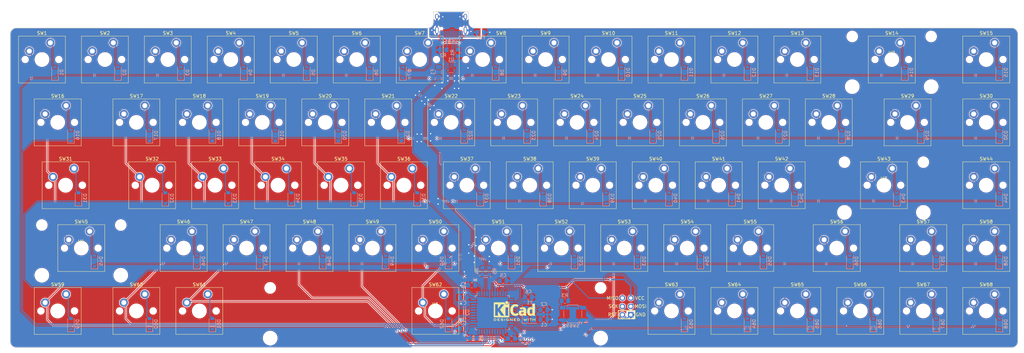
<source format=kicad_pcb>
(kicad_pcb (version 20221018) (generator pcbnew)
  (title_block (date "2023-03-12"))
  (layers (0 "F.Cu" signal) (31 "B.Cu" signal) (34 "B.Paste" user) (35 "F.Paste" user) (36 "B.SilkS" user "B.Silkscreen") (37 "F.SilkS" user "F.Silkscreen") (38 "B.Mask" user) (39 "F.Mask" user) (44 "Edge.Cuts" user))
  (net 0 "")
  (net 1 "Net-(U2-XTAL1)")
  (net 2 "GND")
  (net 3 "Net-(U2-XTAL2)")
  (net 4 "+5V")
  (net 5 "Net-(U2-UCAP)")
  (net 6 "/ROW0")
  (net 7 "Net-(D1-A)")
  (net 8 "Net-(D2-A)")
  (net 9 "Net-(D3-A)")
  (net 10 "Net-(D4-A)")
  (net 11 "Net-(D5-A)")
  (net 12 "Net-(D6-A)")
  (net 13 "Net-(D7-A)")
  (net 14 "Net-(D8-A)")
  (net 15 "Net-(D9-A)")
  (net 16 "Net-(D10-A)")
  (net 17 "Net-(D11-A)")
  (net 18 "Net-(D12-A)")
  (net 19 "Net-(D13-A)")
  (net 20 "Net-(D14-A)")
  (net 21 "Net-(D15-A)")
  (net 22 "/ROW1")
  (net 23 "Net-(D16-A)")
  (net 24 "Net-(D17-A)")
  (net 25 "Net-(D18-A)")
  (net 26 "Net-(D19-A)")
  (net 27 "Net-(D20-A)")
  (net 28 "Net-(D21-A)")
  (net 29 "Net-(D22-A)")
  (net 30 "Net-(D23-A)")
  (net 31 "Net-(D24-A)")
  (net 32 "Net-(D25-A)")
  (net 33 "Net-(D26-A)")
  (net 34 "Net-(D27-A)")
  (net 35 "Net-(D28-A)")
  (net 36 "Net-(D29-A)")
  (net 37 "Net-(D30-A)")
  (net 38 "/ROW2")
  (net 39 "Net-(D31-A)")
  (net 40 "Net-(D32-A)")
  (net 41 "Net-(D33-A)")
  (net 42 "Net-(D34-A)")
  (net 43 "Net-(D35-A)")
  (net 44 "Net-(D36-A)")
  (net 45 "Net-(D37-A)")
  (net 46 "Net-(D38-A)")
  (net 47 "Net-(D39-A)")
  (net 48 "Net-(D40-A)")
  (net 49 "Net-(D41-A)")
  (net 50 "Net-(D42-A)")
  (net 51 "Net-(D43-A)")
  (net 52 "Net-(D44-A)")
  (net 53 "/ROW3")
  (net 54 "Net-(D45-A)")
  (net 55 "Net-(D46-A)")
  (net 56 "Net-(D47-A)")
  (net 57 "Net-(D48-A)")
  (net 58 "Net-(D49-A)")
  (net 59 "Net-(D50-A)")
  (net 60 "Net-(D51-A)")
  (net 61 "Net-(D52-A)")
  (net 62 "Net-(D53-A)")
  (net 63 "Net-(D54-A)")
  (net 64 "Net-(D55-A)")
  (net 65 "Net-(D56-A)")
  (net 66 "Net-(D57-A)")
  (net 67 "Net-(D58-A)")
  (net 68 "/ROW4")
  (net 69 "Net-(D59-A)")
  (net 70 "Net-(D60-A)")
  (net 71 "Net-(D61-A)")
  (net 72 "Net-(D62-A)")
  (net 73 "Net-(D63-A)")
  (net 74 "Net-(D64-A)")
  (net 75 "Net-(D65-A)")
  (net 76 "Net-(D66-A)")
  (net 77 "Net-(D67-A)")
  (net 78 "Net-(D68-A)")
  (net 79 "VCC")
  (net 80 "Net-(J1-MISO)")
  (net 81 "Net-(J1-SCK)")
  (net 82 "Net-(J1-MOSI)")
  (net 83 "/RESET")
  (net 84 "Net-(USB1-CC2)")
  (net 85 "Net-(USB1-CC1)")
  (net 86 "/DN")
  (net 87 "/D-")
  (net 88 "/DP")
  (net 89 "/D+")
  (net 90 "Net-(U2-~{HWB}{slash}PE2)")
  (net 91 "/COL0")
  (net 92 "/COL1")
  (net 93 "/COL2")
  (net 94 "/COL3")
  (net 95 "/COL4")
  (net 96 "/COL5")
  (net 97 "/COL6")
  (net 98 "/COL7")
  (net 99 "/COL8")
  (net 100 "/COL9")
  (net 101 "/COL10")
  (net 102 "/COL11")
  (net 103 "/COL12")
  (net 104 "/COL13")
  (net 105 "/COL14")
  (net 111 "Earth")
  (footprint "Local_Lib:SW_Cherry_MX_PCB_1.00u" (layer "F.Cu") (at 220.6625 146.05)
    (fp_text reference "SW52")
    (fp_text value "M")
  )
  (footprint "Local_Lib:SW_Cherry_MX_PCB_1.00u" (layer "F.Cu") (at 92.075 165.1)
    (fp_text reference "SW60")
    (fp_text value "SUPER")
  )
  (footprint "Local_Lib:SW_Cherry_MX_PCB_1.00u" (layer "F.Cu") (at 277.8125 146.05)
    (fp_text reference "SW55")
    (fp_text value "/?")
  )
  (footprint "Local_Lib:SW_Cherry_MX_PCB_1.00u" (layer "F.Cu") (at 125.4125 146.05)
    (fp_text reference "SW47")
    (fp_text value "X")
  )
  (footprint "Local_Lib:SW_Cherry_MX_PCB_1.00u" (layer "F.Cu") (at 215.9 88.9)
    (fp_text reference "SW9")
    (fp_text value "#8")
  )
  (footprint "Local_Lib:SW_Cherry_MX_PCB_1.00u" (layer "F.Cu") (at 101.6 88.9)
    (fp_text reference "SW3")
    (fp_text value "#2")
  )
  (footprint "Local_Lib:SW_Cherry_MX_PCB_1.00u" (layer "F.Cu") (at 111.125 165.1)
    (fp_text reference "SW61")
    (fp_text value "LALT")
  )
  (footprint "Local_Lib:Stabilizer_Cherry_MX_2.00u" (layer "F.Cu") (at 318.29375 127)
    (fp_text reference "H3")
    (fp_text value "MountingHole")
  )
  (footprint "Local_Lib:SW_Cherry_MX_PCB_1.00u" (layer "F.Cu") (at 115.8875 127)
    (fp_text reference "SW33")
    (fp_text value "S")
  )
  (footprint "Local_Lib:SW_Cherry_MX_PCB_1.00u" (layer "F.Cu") (at 182.5625 146.05)
    (fp_text reference "SW50")
    (fp_text value "B")
  )
  (footprint "Local_Lib:SW_Cherry_MX_PCB_1.00u" (layer "F.Cu") (at 134.9375 127)
    (fp_text reference "SW34")
    (fp_text value "D")
  )
  (footprint "Local_Lib:SW_Cherry_MX_PCB_1.00u" (layer "F.Cu") (at 254 88.9)
    (fp_text reference "SW11")
    (fp_text value "#0")
  )
  (footprint "Local_Lib:SW_Cherry_MX_PCB_1.00u" (layer "F.Cu") (at 239.7125 146.05)
    (fp_text reference "SW53")
    (fp_text value ",<")
  )
  (footprint "Local_Lib:SW_Cherry_MX_PCB_1.00u" (layer "F.Cu") (at 187.325 107.95)
    (fp_text reference "SW22")
    (fp_text value "Y")
  )
  (footprint "Local_Lib:SW_Cherry_MX_PCB_2.25u" (layer "F.Cu") (at 318.29375 127)
    (fp_text reference "SW43")
    (fp_text value "ENTR")
  )
  (footprint "Local_Lib:SW_Cherry_MX_PCB_1.00u" (layer "F.Cu") (at 292.1 165.1)
    (fp_text reference "SW65")
    (fp_text value "RCTRL")
  )
  (footprint "Local_Lib:SW_Cherry_MX_PCB_1.00u" (layer "F.Cu") (at 106.3625 146.05)
    (fp_text reference "SW46")
    (fp_text value "Z")
  )
  (footprint "Local_Lib:SW_Cherry_MX_PCB_1.00u" (layer "F.Cu") (at 282.575 107.95)
    (fp_text reference "SW27")
    (fp_text value "[{")
  )
  (footprint "Local_Lib:SW_Cherry_MX_PCB_1.00u" (layer "F.Cu") (at 139.7 88.9)
    (fp_text reference "SW5")
    (fp_text value "#4")
  )
  (footprint "Local_Lib:SW_Cherry_MX_PCB_1.00u" (layer "F.Cu") (at 273.05 165.1)
    (fp_text reference "SW64")
    (fp_text value "Fn")
  )
  (footprint "Local_Lib:SW_Cherry_MX_PCB_1.00u" (layer "F.Cu") (at 249.2375 127)
    (fp_text reference "SW40")
    (fp_text value "L")
  )
  (footprint "Local_Lib:SW_Cherry_MX_PCB_1.00u" (layer "F.Cu") (at 273.05 88.9)
    (fp_text reference "SW12")
    (fp_text value "-_")
  )
  (footprint "Symbol:KiCad-Logo2_5mm_SilkScreen" (layer "F.Cu") (at 206.502 165.1)
    (fp_text reference "REF**" hide)
    (fp_text value "KiCad-Logo2_5mm_SilkScreen" hide)
  )
  (footprint "Local_Lib:SW_Cherry_MX_PCB_1.00u" (layer "F.Cu") (at 301.625 107.95)
    (fp_text reference "SW28")
    (fp_text value "]}")
  )
  (footprint "Local_Lib:Stabilizer_Cherry_MX_2.00u" (layer "F.Cu") (at 320.64325 88.9)
    (fp_text reference "H2")
    (fp_text value "MountingHole")
  )
  (footprint "Local_Lib:SW_Cherry_MX_PCB_1.75u" (layer "F.Cu") (at 70.64375 127)
    (fp_text reference "SW31")
    (fp_text value "CPSLCK")
  )
  (footprint "Local_Lib:SW_Cherry_MX_PCB_2.00u" (layer "F.Cu") (at 320.675 88.9)
    (fp_text reference "SW14")
    (fp_text value "BCKSPC")
  )
  (footprint "Local_Lib:SW_Cherry_MX_PCB_1.00u" (layer "F.Cu") (at 268.2875 127)
    (fp_text reference "SW41")
    (fp_text value ";:")
  )
  (footprint "Local_Lib:SW_Cherry_MX_PCB_1.00u" (layer "F.Cu") (at 192.0875 127)
    (fp_text reference "SW37")
    (fp_text value "H")
  )
  (footprint "Local_Lib:SW_Cherry_MX_PCB_1.00u" (layer "F.Cu") (at 201.6125 146.05)
    (fp_text reference "SW51")
    (fp_text value "N")
  )
  (footprint "Local_Lib:Reset_Pretty-Mask" (layer "F.Cu") (at 240.411 163.7145)
    (fp_text reference "J1")
    (fp_text value "AVR-ISP-6")
  )
  (footprint "Local_Lib:SW_Cherry_MX_PCB_1.00u" (layer "F.Cu") (at 196.85 88.9)
    (fp_text reference "SW8")
    (fp_text value "#7")
  )
  (footprint "Local_Lib:SW_Cherry_MX_PCB_1.00u" (layer "F.Cu") (at 149.225 107.95)
    (fp_text reference "SW20")
    (fp_text value "R")
  )
  (footprint "Local_Lib:SW_Cherry_MX_PCB_1.00u" (layer "F.Cu") (at 254 165.1)
    (fp_text reference "SW63")
    (fp_text value "RALT")
  )
  (footprint "Local_Lib:Stabilizer_Cherry_MX_2.00u" (layer "F.Cu") (at 75.40625 146.05)
    (fp_text reference "H4")
    (fp_text value "MountingHole")
  )
  (footprint "Local_Lib:SW_Cherry_MX_PCB_1.00u" (layer "F.Cu") (at 63.5 88.9)
    (fp_text reference "SW1")
    (fp_text value "ESC")
  )
  (footprint "Local_Lib:SW_Cherry_MX_PCB_1.00u" (layer "F.Cu") (at 349.25 165.1)
    (fp_text reference "SW68")
    (fp_text value "RIGHT")
  )
  (footprint "Local_Lib:SW_Cherry_MX_PCB_1.00u" (layer "F.Cu") (at 234.95 88.9)
    (fp_text reference "SW10")
    (fp_text value "#9")
  )
  (footprint "Local_Lib:SW_Cherry_MX_PCB_1.00u" (layer "F.Cu") (at 225.425 107.95)
    (fp_text reference "SW24")
    (fp_text value "I")
  )
  (footprint "Local_Lib:SW_Cherry_MX_PCB_1.50u" (layer "F.Cu") (at 68.2625 165.1)
    (fp_text reference "SW59")
    (fp_text value "LCTRL")
  )
  (footprint "Local_Lib:SW_Cherry_MX_PCB_1.00u" (layer "F.Cu") (at 130.175 107.95)
    (fp_text reference "SW19")
    (fp_text value "E")
  )
  (footprint "Local_Lib:SW_Cherry_MX_PCB_1.00u" (layer "F.Cu") (at 111.125 107.95)
    (fp_text reference "SW18")
    (fp_text value "W")
  )
  (footprint "Local_Lib:SW_Cherry_MX_PCB_1.00u" (layer "F.Cu") (at 330.2 146.05)
    (fp_text reference "SW57")
    (fp_text value "UP")
  )
  (footprint "Local_Lib:SW_Cherry_MX_PCB_1.00u" (layer "F.Cu") (at 311.15 165.1)
    (fp_text reference "SW66")
    (fp_text value "LEFT")
  )
  (footprint "Local_Lib:SW_Cherry_MX_PCB_1.00u" (layer "F.Cu") (at 92.075 107.95)
    (fp_text reference "SW17")
    (fp_text value "Q")
  )
  (footprint "Local_Lib:Stabilizer_Cherry_MX_6.25u" (layer "F.Cu") (at 182.5625 165.1)
    (fp_text reference "H1")
    (fp_text value "MountingHole")
  )
  (footprint "Local_Lib:SW_Cherry_MX_PCB_1.00u" (layer "F.Cu") (at 96.8375 127)
    (fp_text reference "SW32")
    (fp_text value "A")
  )
  (footprint "Local_Lib:SW_Cherry_MX_PCB_1.00u" (layer "F.Cu") (at 263.525 107.95)
    (fp_text reference "SW26")
    (fp_text value "P")
  )
  (footprint "Local_Lib:SW_Cherry_MX_PCB_1.00u" (layer "F.Cu") (at 244.475 107.95)
    (fp_text reference "SW25")
    (fp_text value "O")
  )
  (footprint "Local_Lib:SW_Cherry_MX_PCB_1.00u" (layer "F.Cu") (at 258.7625 146.05)
    (fp_text reference "SW54")
    (fp_text value ".>")
  )
  (footprint "Local_Lib:SW_Cherry_MX_PCB_1.00u" (layer "F.Cu") (at 168.275 107.95)
    (fp_text reference "SW21")
    (fp_text value "T")
  )
  (footprint "Local_Lib:SW_Cherry_MX_PCB_1.00u" (layer "F.Cu") (at 177.8 88.9)
    (fp_text reference "SW7")
    (fp_text value "#6")
  )
  (footprint "Local_Lib:SW_Cherry_MX_PCB_1.00u" (layer "F.Cu") (at 349.25 88.9)
    (fp_text reference "SW15")
    (fp_text value "DEL")
  )
  (footprint "Local_Lib:SW_Cherry_MX_PCB_1.00u" (layer "F.Cu") (at 163.5125 146.05)
    (fp_text reference "SW49")
    (fp_text value "V")
  )
  (footprint "Local_Lib:SW_Cherry_MX_PCB_1.50u" (layer "F.Cu") (at 325.4375 107.95)
    (fp_text reference "SW29")
    (fp_text value "\\|")
  )
  (footprint "Local_Lib:SW_Cherry_MX_PCB_1.00u" (layer "F.Cu") (at 211.1375 127)
    (fp_text reference "SW38")
    (fp_text value "J")
  )
  (footprint "Local_Lib:SW_Cherry_MX_PCB_1.00u" (layer "F.Cu") (at 292.1 88.9)
    (fp_text reference "SW13")
    (fp_text value "=+")
  )
  (footprint "Local_Lib:SW_Cherry_MX_PCB_1.00u" (layer "F.Cu") (at 144.4625 146.05)
    (fp_text reference "SW48")
    (fp_text value "C")
  )
  (footprint "Local_Lib:SW_Cherry_MX_PCB_1.00u" (layer "F.Cu") (at 158.75 88.9)
    (fp_text reference "SW6")
    (fp_text value "#5")
  )
  (footprint "Local_Lib:SW_Cherry_MX_PCB_1.00u" (layer "F.Cu") (at 349.25 127)
    (fp_text reference "SW44")
    (fp_text value "PGDN")
  )
  (footprint "Local_Lib:SW_Cherry_MX_PCB_1.00u" (layer "F.Cu") (at 330.2 165.1)
    (fp_text reference "SW67")
    (fp_text value "DOWN")
  )
  (footprint "Local_Lib:SW_Cherry_MX_PCB_6.50u" (layer "F.Cu") (at 182.5625 165.1)
    (fp_text reference "SW62")
    (fp_text value "SPACE")
  )
  (footprint "Local_Lib:SW_Cherry_MX_PCB_1.00u" (layer "F.Cu") (at 206.375 107.95)
    (fp_text reference "SW23")
    (fp_text value "U")
  )
  (footprint "Local_Lib:SW_Cherry_MX_PCB_1.00u" (layer "F.Cu") (at 120.65 88.9)
    (fp_text reference "SW4")
    (fp_text value "#3")
  )
  (footprint "Local_Lib:SW_Cherry_MX_PCB_1.00u" (layer "F.Cu") (at 153.9875 127)
    (fp_text reference "SW35")
    (fp_text value "F")
  )
  (footprint "Local_Lib:SW_Cherry_MX_PCB_1.00u" (layer "F.Cu") (at 173.0375 127)
    (fp_text reference "SW36")
    (fp_text value "G")
  )
  (footprint "Local_Lib:SW_Cherry_MX_PCB_1.00u" (layer "F.Cu") (at 230.1875 127)
    (fp_text reference "SW39")
    (fp_text value "K")
  )
  (footprint "Local_Lib:SW_Cherry_MX_PCB_1.00u" (layer "F.Cu") (at 349.25 146.05)
    (fp_text reference "SW58")
    (fp_text value "INS")
  )
  (footprint "Local_Lib:SW_Cherry_MX_PCB_1.00u" (layer "F.Cu") (at 287.3375 127)
    (fp_text reference "SW42")
    (fp_text value "'\"")
  )
  (footprint "Local_Lib:SW_Cherry_MX_PCB_1.50u" (layer "F.Cu") (at 68.2625 107.95)
    (fp_text reference "SW16")
    (fp_text value "TAB")
  )
  (footprint "Local_Lib:SW_Cherry_MX_PCB_1.75u" (layer "F.Cu") (at 304.00625 146.05)
    (fp_text reference "SW56")
    (fp_text value "RSHFT")
  )
  (footprint "Local_Lib:SW_Cherry_MX_PCB_1.00u" (layer "F.Cu") (at 82.55 88.9)
    (fp_text reference "SW2")
    (fp_text value "#1")
  )
  (footprint "Local_Lib:SW_Cherry_MX_PCB_2.25u" (layer "F.Cu") (at 75.40625 146.05)
    (fp_text reference "SW45")
    (fp_text value "LSHFT")
  )
  (footprint "Local_Lib:SW_Cherry_MX_PCB_1.00u" (layer "F.Cu") (at 349.25 107.95)
    (fp_text reference "SW30")
    (fp_text value "PGUP")
  )
  (footprint "Diode_SMD:D_SOD-123" (layer "B.Cu") (at 177.038 130.937 90)
    (fp_text reference "D36")
    (fp_text value "1N4148W")
  )
  (footprint "Crystal:Crystal_SMD_3225-4Pin_3.2x2.5mm_HandSoldering" (layer "B.Cu") (at 211.074 166.116 90)
    (fp_text reference "Y1")
    (fp_text value "16MHz")
  )
  (footprint "Capacitor_SMD:C_0805_2012Metric_Pad1.18x1.45mm_HandSolder" (layer "B.Cu") (at 203.073 155.956)
    (fp_text reference "C5")
    (fp_text value "0.1uF")
  )
  (footprint "Capacitor_SMD:C_0805_2012Metric_Pad1.18x1.45mm_HandSolder" (layer "B.Cu") (at 215.392 164.719)
    (fp_text reference "C2")
    (fp_text value "22pF")
  )
  (footprint "Diode_SMD:D_SOD-123" (layer "B.Cu") (at 353.187 92.837 90)
    (fp_text reference "D15")
    (fp_text value "1N4148W")
  )
  (footprint "Diode_SMD:D_SOD-123" (layer "B.Cu") (at 186.563 169.037 90)
    (fp_text reference "D62")
    (fp_text value "1N4148W")
  )
  (footprint "Diode_SMD:D_SOD-123" (layer "B.Cu") (at 172.212 111.887 90)
    (fp_text reference "D21")
    (fp_text value "1N4148W")
  )
  (footprint "Resistor_SMD:R_0805_2012Metric_Pad1.20x1.40mm_HandSolder" (layer "B.Cu") (at 189.357 86.868 -90)
    (fp_text reference "R1")
    (fp_text value "5.1K")
  )
  (footprint "Capacitor_SMD:C_0805_2012Metric_Pad1.18x1.45mm_HandSolder" (layer "B.Cu") (at 210.693 160.909)
    (fp_text reference "C6")
    (fp_text value "0.1uF")
  )
  (footprint "Diode_SMD:D_SOD-123" (layer "B.Cu") (at 115.062 169.037 90)
    (fp_text reference "D61")
    (fp_text value "1N4148W")
  )
  (footprint "Resistor_SMD:R_0805_2012Metric_Pad1.20x1.40mm_HandSolder" (layer "B.Cu") (at 194.056 173.355 180)
    (fp_text reference "R6")
    (fp_text value "10K")
  )
  (footprint "Diode_SMD:D_SOD-123" (layer "B.Cu") (at 322.199 130.937 90)
    (fp_text reference "D43")
    (fp_text value "1N4148W")
  )
  (footprint "Capacitor_SMD:C_0805_2012Metric_Pad1.18x1.45mm_HandSolder" (layer "B.Cu") (at 191.008 161.036 180)
    (fp_text reference "C7")
    (fp_text value "0.1uF")
  )
  (footprint "Diode_SMD:D_SOD-123" (layer "B.Cu") (at 86.487 92.837 90)
    (fp_text reference "D2")
    (fp_text value "1N4148W")
  )
  (footprint "Diode_SMD:D_SOD-123" (layer "B.Cu") (at 262.763 149.987 90)
    (fp_text reference "D54")
    (fp_text value "1N4148W")
  )
  (footprint "Capacitor_SMD:C_0805_2012Metric_Pad1.18x1.45mm_HandSolder" (layer "B.Cu") (at 215.392 167.64)
    (fp_text reference "C1")
    (fp_text value "22pF")
  )
  (footprint "Diode_SMD:D_SOD-123" (layer "B.Cu") (at 138.938 130.937 90)
    (fp_text reference "D34")
    (fp_text value "1N4148W")
  )
  (footprint "Resistor_SMD:R_0805_2012Metric_Pad1.20x1.40mm_HandSolder" (layer "B.Cu") (at 198.882 153.035 -90)
    (fp_text reference "R5")
    (fp_text value "22")
  )
  (footprint "Local_Lib:HRO-TYPE-C-31-M-12-HandSoldering" (layer "B.Cu") (at 187.325 73.266)
    (fp_text reference "USB1")
    (fp_text value "HRO-TYPE-C-31-M-12")
  )
  (footprint "Button_Switch_SMD:SW_SPST_SKQG_WithStem" (layer "B.Cu") (at 224.155 165.989 180)
    (fp_text reference "SW69")
    (fp_text value "SW_SKQG")
  )
  (footprint "Diode_SMD:D_SOD-123" (layer "B.Cu") (at 329.438 111.886 90)
    (fp_text reference "D29")
    (fp_text value "1N4148W")
  )
  (footprint "Diode_SMD:D_SOD-123" (layer "B.Cu") (at 105.537 92.837 90)
    (fp_text reference "D3")
    (fp_text value "1N4148W")
  )
  (footprint "Fuse:Fuse_1206_3216Metric_Pad1.42x1.75mm_HandSolder" (layer "B.Cu") (at 183.515 92.71 -90)
    (fp_text reference "F1")
    (fp_text value "500mA")
  )
  (footprint "Resistor_SMD:R_0805_2012Metric_Pad1.20x1.40mm_HandSolder" (layer "B.Cu") (at 184.912 85.979 180)
    (fp_text reference "R2")
    (fp_text value "5.1K")
  )
  (footprint "Diode_SMD:D_SOD-123" (layer "B.Cu") (at 157.988 130.937 90)
    (fp_text reference "D35")
    (fp_text value "1N4148W")
  )
  (footprint "Diode_SMD:D_SOD-123" (layer "B.Cu") (at 72.263 169.037 90)
    (fp_text reference "D59")
    (fp_text value "1N4148W")
  )
  (footprint "Package_TO_SOT_SMD:SOT-143" (layer "B.Cu") (at 187.325 91.28125 180)
    (fp_text reference "U1")
    (fp_text value "PRTR5V0U2X")
  )
  (footprint "Diode_SMD:D_SOD-123" (layer "B.Cu") (at 191.262 111.887 90)
    (fp_text reference "D22")
    (fp_text value "1N4148W")
  )
  (footprint "Diode_SMD:D_SOD-123" (layer "B.Cu") (at 172.72 92.837 90)
    (fp_text reference "D7")
    (fp_text value "1N4148W")
  )
  (footprint "Diode_SMD:D_SOD-123" (layer "B.Cu") (at 96.012 111.887 90)
    (fp_text reference "D17")
    (fp_text value "1N4148W")
  )
  (footprint "Diode_SMD:D_SOD-123" (layer "B.Cu") (at 334.137 149.987 90)
    (fp_text reference "D57")
    (fp_text value "1N4148W")
  )
  (footprint "Diode_SMD:D_SOD-123" (layer "B.Cu") (at 79.375 149.987 90)
    (fp_text reference "D45")
    (fp_text value "1N4148W")
  )
  (footprint "Diode_SMD:D_SOD-123" (layer "B.Cu") (at 267.462 111.887 90)
    (fp_text reference "D26")
    (fp_text value "1N4148W")
  )
  (footprint "Diode_SMD:D_SOD-123" (layer "B.Cu") (at 167.513 149.987 90)
    (fp_text reference "D49")
    (fp_text value "1N4148W")
  )
  (footprint "Diode_SMD:D_SOD-123" (layer "B.Cu") (at 72.263 111.887 90)
    (fp_text reference "D16")
    (fp_text value "1N4148W")
  )
  (footprint "Diode_SMD:D_SOD-123" (layer "B.Cu") (at 248.412 111.887 90)
    (fp_text reference "D25")
    (fp_text value "1N4148W")
  )
  (footprint "Diode_SMD:D_SOD-123" (layer "B.Cu") (at 296.037 169.037 90)
    (fp_text reference "D65")
    (fp_text value "1N4148W")
  )
  (footprint "Package_QFP:TQFP-44_10x10mm_P0.8mm" (layer "B.Cu") (at 199.771 165.608 -90)
    (fp_text reference "U2")
    (fp_text value "ATmega32U4-A")
  )
  (footprint "Diode_SMD:D_SOD-123" (layer "B.Cu") (at 286.512 111.886 90)
    (fp_text reference "D27")
    (fp_text value "1N4148W")
  )
  (footprint "Diode_SMD:D_SOD-123" (layer "B.Cu") (at 224.663 149.987 90)
    (fp_text reference "D52")
    (fp_text value "1N4148W")
  )
  (footprint "Diode_SMD:D_SOD-123" (layer "B.Cu") (at 281.813 149.987 90)
    (fp_text reference "D55")
    (fp_text value "1N4148W")
  )
  (footprint "Diode_SMD:D_SOD-123" (layer "B.Cu") (at 234.188 130.937 90)
    (fp_text reference "D39")
    (fp_text value "1N4148W")
  )
  (footprint "Capacitor_SMD:C_0805_2012Metric_Pad1.18x1.45mm_HandSolder" (layer "B.Cu") (at 193.548 157.353 180)
    (fp_text reference "C8")
    (fp_text value "10uF")
  )
  (footprint "Diode_SMD:D_SOD-123" (layer "B.Cu") (at 215.138 130.937 90)
    (fp_text reference "D38")
    (fp_text value "1N4148W")
  )
  (footprint "Diode_SMD:D_SOD-123" (layer "B.Cu") (at 315.087 169.037 90)
    (fp_text reference "D66")
    (fp_text value "1N4148W")
  )
  (footprint "Diode_SMD:D_SOD-123" (layer "B.Cu") (at 219.837 92.837 90)
    (fp_text reference "D9")
    (fp_text value "1N4148W")
  )
  (footprint "Diode_SMD:D_SOD-123" (layer "B.Cu") (at 186.563 149.987 90)
    (fp_text reference "D50")
    (fp_text value "1N4148W")
  )
  (footprint "Diode_SMD:D_SOD-123" (layer "B.Cu") (at 210.312 111.887 90)
    (fp_text reference "D23")
    (fp_text value "1N4148W")
  )
  (footprint "Diode_SMD:D_SOD-123" (layer "B.Cu") (at 119.888 130.937 90)
    (fp_text reference "D33")
    (fp_text value "1N4148W")
  )
  (footprint "Diode_SMD:D_SOD-123" (layer "B.Cu") (at 305.562 111.886 90)
    (fp_text reference "D28")
    (fp_text value "1N4148W")
  )
  (footprint "Diode_SMD:D_SOD-123" (layer "B.Cu") (at 200.787 92.837 90)
    (fp_text reference "D8")
    (fp_text value "1N4148W")
  )
  (footprint "Capacitor_SMD:C_0805_2012Metric_Pad1.18x1.45mm_HandSolder" (layer "B.Cu") (at 205.613 173.482)
    (fp_text reference "C4")
    (fp_text value "0.1uF")
  )
  (footprint "Diode_SMD:D_SOD-123" (layer "B.Cu") (at 276.987 92.837 90)
    (fp_text reference "D12")
    (fp_text value "1N4148W")
  )
  (footprint "Diode_SMD:D_SOD-123" (layer "B.Cu") (at 115.062 111.887 90)
    (fp_text reference "D18")
    (fp_text value "1N4148W")
  )
  (footprint "Diode_SMD:D_SOD-123" (layer "B.Cu") (at 196.088 130.937 90)
    (fp_text reference "D37")
    (fp_text value "1N4148W")
  )
  (footprint "Diode_SMD:D_SOD-123" (layer "B.Cu") (at 353.187 169.037 90)
    (fp_text reference "D68")
    (fp_text value "1N4148W")
  )
  (footprint "Resistor_SMD:R_0805_2012Metric_Pad1.20x1.40mm_HandSolder" (layer "B.Cu") (at 221.742 162.052 180)
    (fp_text reference "R3")
    (fp_text value "10K")
  )
  (footprint "Diode_SMD:D_SOD-123" (layer "B.Cu") (at 243.713 149.987 90)
    (fp_text reference "D53")
    (fp_text value "1N4148W")
  )
  (footprint "Diode_SMD:D_SOD-123" (layer "B.Cu") (at 334.137 169.037 90)
    (fp_text reference "D67")
    (fp_text value "1N4148W")
  )
  (footprint "Diode_SMD:D_SOD-123" (layer "B.Cu") (at 238.887 92.837 90)
    (fp_text reference "D10")
    (fp_text value "1N4148W")
  )
  (footprint "Diode_SMD:D_SOD-123" (layer "B.Cu") (at 143.637 92.837 90)
    (fp_text reference "D5")
    (fp_text value "1N4148W")
  )
  (footprint "Inductor_SMD:L_0805_2012Metric_Pad1.15x1.40mm_HandSolder" (layer "B.Cu") (at 196.215 80.645)
    (fp_text reference "FB1")
    (fp_text value "60@100MHz")
  )
  (footprint "Diode_SMD:D_SOD-123" (layer "B.Cu") (at 74.549 130.937 90)
    (fp_text reference "D31")
    (fp_text value "1N4148W")
  )
  (footprint "Diode_SMD:D_SOD-123" (layer "B.Cu") (at 205.613 149.987 90)
    (fp_text reference "D51")
    (fp_text value "1N4148W")
  )
  (footprint "Capacitor_SMD:C_0805_2012Metric_Pad1.18x1.45mm_HandSolder" (layer "B.Cu") (at 191.008 170.434 180)
    (fp_text reference "C3")
    (fp_text value "0.1uF")
  )
  (footprint "Diode_SMD:D_SOD-123" (layer "B.Cu") (at 148.463 149.987 90)
    (fp_text reference "D48")
    (fp_text value "1N4148W")
  )
  (footprint "Diode_SMD:D_SOD-123" (layer "B.Cu") (at 153.162 111.887 90)
    (fp_text reference "D20")
    (fp_text value "1N4148W")
  )
  (footprint "Diode_SMD:D_SOD-123" (layer "B.Cu") (at 291.338 130.937 90)
    (fp_text reference "D42")
    (fp_text value "1N4148W")
  )
  (footprint "Diode_SMD:D_SOD-123" (layer "B.Cu") (at 353.187 149.987 90)
    (fp_text reference "D58")
    (fp_text value "1N4148W")
  )
  (footprint "Diode_SMD:D_SOD-123" (layer "B.Cu") (at 96.012 169.037 90)
    (fp_text reference "D60")
    (fp_text value "1N4148W")
  )
  (footprint "Diode_SMD:D_SOD-123" (layer "B.Cu") (at 296.037 92.837 90)
    (fp_text reference "D13")
    (fp_text value "1N4148W")
  )
  (footprint "Diode_SMD:D_SOD-123" (layer "B.Cu") (at 307.975 149.987 90)
    (fp_text reference "D56")
    (fp_text value "1N4148W")
  )
  (footprint "Resistor_SMD:R_0805_2012Metric_Pad1.20x1.40mm_HandSolder" (layer "B.Cu") (at 196.821 153.035 -90)
    (fp_text reference "R4")
    (fp_text value "22")
  )
  (footprint "Diode_SMD:D_SOD-123" (layer "B.Cu") (at 129.413 149.987 90)
    (fp_text reference "D47")
    (fp_text value "1N4148W")
  )
  (footprint "Diode_SMD:D_SOD-123" (layer "B.Cu") (at 324.612 92.837 90)
    (fp_text reference "D14")
    (fp_text value "1N4148W")
  )
  (footprint "Diode_SMD:D_SOD-123" (layer "B.Cu") (at 257.937 92.837 90)
    (fp_text reference "D11")
    (fp_text value "1N4148W")
  )
  (footprint "Diode_SMD:D_SOD-123" (layer "B.Cu") (at 110.363 149.987 90)
    (fp_text reference "D46")
    (fp_text value "1N4148W")
  )
  (footprint "Diode_SMD:D_SOD-123" (layer "B.Cu") (at 253.238 130.937 90)
    (fp_text reference "D40")
    (fp_text value "1N4148W")
  )
  (footprint "Diode_SMD:D_SOD-123" (layer "B.Cu") (at 162.687 92.837 90)
    (fp_text reference "D6")
    (fp_text value "1N4148W")
  )
  (footprint "Diode_SMD:D_SOD-123" (layer "B.Cu") (at 67.437 92.837 90)
    (fp_text reference "D1")
    (fp_text value "1N4148W")
  )
  (footprint "Diode_SMD:D_SOD-123" (layer "B.Cu") (at 124.587 92.837 90)
    (fp_text reference "D4")
    (fp_text value "1N4148W")
  )
  (footprint "Diode_SMD:D_SOD-123" (layer "B.Cu") (at 276.987 169.037 90)
    (fp_text reference "D64")
    (fp_text value "1N4148W")
  )
  (footprint "Diode_SMD:D_SOD-123" (layer "B.Cu") (at 353.187 130.937 90)
    (fp_text reference "D44")
    (fp_text value "1N4148W")
  )
  (footprint "Diode_SMD:D_SOD-123" (layer "B.Cu") (at 229.362 111.887 90)
    (fp_text reference "D24")
    (fp_text value "1N4148W")
  )
  (footprint "Diode_SMD:D_SOD-123" (layer "B.Cu") (at 134.112 111.887 90)
    (fp_text reference "D19")
    (fp_text value "1N4148W")
  )
  (footprint "Diode_SMD:D_SOD-123" (layer "B.Cu") (at 100.838 130.937 90)
    (fp_text reference "D32")
    (fp_text value "1N4148W")
  )
  (footprint "Diode_SMD:D_SOD-123" (layer "B.Cu") (at 353.187 111.886 90)
    (fp_text reference "D30")
    (fp_text value "1N4148W")
  )
  (footprint "Diode_SMD:D_SOD-123" (layer "B.Cu") (at 257.937 169.037 90)
    (fp_text reference "D63")
    (fp_text value "1N4148W")
  )
  (footprint "Diode_SMD:D_SOD-123" (layer "B.Cu") (at 272.288 130.937 90)
    (fp_text reference "D41")
    (fp_text value "1N4148W")
  )
  (gr_arc locked (start 55.740236 176.161764) (mid 54.483001 175.641) (end 53.962236 174.383764) (stroke (width 0.15)) (layer "Edge.Cuts"))
  (gr_arc locked (start 53.962236 81.140236) (mid 54.483 79.883001) (end 55.740236 79.362236) (stroke (width 0.15)) (layer "Edge.Cuts"))
  (gr_line locked (start 180.213 79.387764) (end 55.740236 79.362236) (stroke (width 0.15)) (layer "Edge.Cuts"))
  (gr_arc locked (start 358.775 174.383764) (mid 358.254236 175.640999) (end 356.997 176.161764) (stroke (width 0.15)) (layer "Edge.Cuts"))
  (gr_arc locked (start 194.424236 79.387764) (mid 193.167001 78.867) (end 192.646236 77.609764) (stroke (width 0.15)) (layer "Edge.Cuts"))
  (gr_arc locked (start 356.997 79.362236) (mid 358.254235 79.883) (end 358.775 81.140236) (stroke (width 0.15)) (layer "Edge.Cuts"))
  (gr_line locked (start 356.997 176.161764) (end 55.740236 176.161764) (stroke (width 0.15)) (layer "Edge.Cuts"))
  (gr_arc locked (start 181.991 77.609764) (mid 181.470236 78.866999) (end 180.213 79.387764) (stroke (width 0.15)) (layer "Edge.Cuts"))
  (gr_line locked (start 192.646236 74.422) (end 181.991 74.422) (stroke (width 0.15)) (layer "Edge.Cuts"))
  (gr_line locked (start 358.775 174.383764) (end 358.775 81.140236) (stroke (width 0.15)) (layer "Edge.Cuts"))
  (gr_line locked (start 356.997 79.362236) (end 194.424236 79.387764) (stroke (width 0.15)) (layer "Edge.Cuts"))
  (gr_line locked (start 53.962236 174.383764) (end 53.962236 81.140236) (stroke (width 0.15)) (layer "Edge.Cuts"))
  (gr_line locked (start 181.991 74.422) (end 181.991 77.609764) (stroke (width 0.15)) (layer "Edge.Cuts"))
  (gr_line locked (start 192.646236 77.609764) (end 192.646236 74.422) (stroke (width 0.15)) (layer "Edge.Cuts"))
  (segment locked (start 210.439 169.037) (end 209.924 168.522) (width 0.25) (layer "B.Cu") (net 1))
  (segment locked (start 214.3545 168.4235) (end 213.741 169.037) (width 0.25) (layer "B.Cu") (net 1))
  (segment locked (start 213.741 169.037) (end 210.439 169.037) (width 0.25) (layer "B.Cu") (net 1))
  (segment locked (start 209.924 167.566) (end 208.841 167.566) (width 0.25) (layer "B.Cu") (net 1))
  (segment locked (start 209.924 168.522) (end 209.924 167.566) (width 0.25) (layer "B.Cu") (net 1))
  (segment locked (start 208.841 167.566) (end 206.883 165.608) (width 0.25) (layer "B.Cu") (net 1))
  (segment locked (start 214.3545 167.64) (end 214.3545 168.4235) (width 0.25) (layer "B.Cu") (net 1))
  (segment locked (start 206.883 165.608) (end 205.471 165.608) (width 0.25) (layer "B.Cu") (net 1))
  (segment locked (start 190.246 154.305) (end 190.246 157.353) (width 0.381) (layer "F.Cu") (net 2))
  (segment locked (start 190.246 157.353) (end 190.246 162.941) (width 0.381) (layer "F.Cu") (net 2))
  (segment locked (start 192.024 96.774) (end 182.372 96.774) (width 0.381) (layer "F.Cu") (net 2))
  (segment locked (start 193.1595 95.6385) (end 192.024 96.774) (width 0.381) (layer "F.Cu") (net 2))
  (segment locked (start 191.3255 153.2255) (end 190.246 154.305) (width 0.381) (layer "F.Cu") (net 2))
  (segment locked (start 193.1595 92.1945) (end 193.1595 95.6385) (width 0.381) (layer "F.Cu") (net 2))
  (segment locked (start 192.405 91.44) (end 193.1595 92.1945) (width 0.381) (layer "F.Cu") (net 2))
  (via locked (at 181.102 111.379) (size 0.8) (drill 0.4) (layers "F.Cu" "B.Cu") (net 2))
  (via locked (at 194.818 142.748) (size 0.8) (drill 0.4) (layers "F.Cu" "B.Cu") (net 2))
  (via locked (at 192.659 145.034) (size 0.8) (drill 0.4) (layers "F.Cu" "B.Cu") (net 2))
  (via locked (at 184.531 95.885) (size 0.8) (drill 0.4) (layers "F.Cu" "B.Cu") (net 2))
  (via locked (at 188.341 95.377) (size 0.8) (drill 0.4) (layers "F.Cu" "B.Cu") (net 2))
  (via locked (at 184.531 97.663) (size 0.8) (drill 0.4) (layers "F.Cu" "B.Cu") (net 2))
  (via locked (at 190.246 157.353) (size 0.8) (drill 0.4) (layers "F.Cu" "B.Cu") (net 2))
  (via locked (at 176.53 99.695) (size 0.8) (drill 0.4) (layers "F.Cu" "B.Cu") (net 2))
  (via locked (at 178.435 101.473) (size 0.8) (drill 0.4) (layers "F.Cu" "B.Cu") (net 2))
  (via locked (at 194.818 145.288) (size 0.8) (drill 0.4) (layers "F.Cu" "B.Cu") (net 2))
  (via locked (at 179.324 102.362) (size 0.8) (drill 0.4) (layers "F.Cu" "B.Cu") (net 2))
  (via locked (at 178.308 111.506) (size 0.8) (drill 0.4) (layers "F.Cu" "B.Cu") (net 2))
  (via locked (at 198.882 150.114) (size 0.8) (drill 0.4) (layers "F.Cu" "B.Cu") (net 2))
  (via locked (at 186.309 95.377) (size 0.8) (drill 0.4) (layers "F.Cu" "B.Cu") (net 2))
  (via locked (at 191.3255 153.2255) (size 0.8) (drill 0.4) (layers "F.Cu" "B.Cu") (net 2))
  (via locked (at 183.388 132.715) (size 0.8) (drill 0.4) (layers "F.Cu" "B.Cu") (net 2))
  (via locked (at 186.309 93.853) (size 0.8) (drill 0.4) (layers "F.Cu" "B.Cu") (net 2))
  (via locked (at 177.038 113.792) (size 0.8) (drill 0.4) (layers "F.Cu" "B.Cu") (net 2))
  (via locked (at 182.372 96.774) (size 0.8) (drill 0.4) (layers "F.Cu" "B.Cu") (net 2))
  (via locked (at 180.467 101.219) (size 0.8) (drill 0.4) (layers "F.Cu" "B.Cu") (net 2))
  (via locked (at 180.975 104.013) (size 0.8) (drill 0.4) (layers "F.Cu" "B.Cu") (net 2))
  (via locked (at 199.009 80.645) (size 0.8) (drill 0.4) (layers "F.Cu" "B.Cu") (net 2))
  (via locked (at 178.308 113.792) (size 0.8) (drill 0.4) (layers "F.Cu" "B.Cu") (net 2))
  (via locked (at 189.611 97.663) (size 0.8) (drill 0.4) (layers "F.Cu" "B.Cu") (net 2))
  (via locked (at 217.932 164.719) (size 0.8) (drill 0.4) (layers "F.Cu" "B.Cu") (net 2))
  (via locked (at 208.153 165.227) (size 0.8) (drill 0.4) (layers "F.Cu" "B.Cu") (net 2))
  (via locked (at 198.882 148.59) (size 0.8) (drill 0.4) (layers "F.Cu" "B.Cu") (net 2))
  (via locked (at 181.102 113.538) (size 0.8) (drill 0.4) (layers "F.Cu" "B.Cu") (net 2))
  (via locked (at 189.611 93.853) (size 0.8) (drill 0.4) (layers "F.Cu" "B.Cu") (net 2))
  (via locked (at 183.388 131.064) (size 0.8) (drill 0.4) (layers "F.Cu" "B.Cu") (net 2))
  (via locked (at 189.611 95.377) (size 0.8) (drill 0.4) (layers "F.Cu" "B.Cu") (net 2))
  (via locked (at 194.31 150.368) (size 0.8) (drill 0.4) (layers "F.Cu" "B.Cu") (net 2))
  (via locked (at 192.405 91.44) (size 0.8) (drill 0.4) (layers "F.Cu" "B.Cu") (net 2))
  (via locked (at 190.246 162.941) (size 0.8) (drill 0.4) (layers "F.Cu" "B.Cu") (net 2))
  (via locked (at 177.038 111.506) (size 0.8) (drill 0.4) (layers "F.Cu" "B.Cu") (net 2))
  (via locked (at 188.341 97.663) (size 0.8) (drill 0.4) (layers "F.Cu" "B.Cu") (net 2))
  (via locked (at 179.578 100.33) (size 0.8) (drill 0.4) (layers "F.Cu" "B.Cu") (net 2))
  (via locked (at 192.659 147.574) (size 0.8) (drill 0.4) (layers "F.Cu" "B.Cu") (net 2))
  (via locked (at 182.118 102.87) (size 0.8) (drill 0.4) (layers "F.Cu" "B.Cu") (net 2))
  (via locked (at 217.932 167.64) (size 0.8) (drill 0.4) (layers "F.Cu" "B.Cu") (net 2))
  (via locked (at 188.341 93.853) (size 0.8) (drill 0.4) (layers "F.Cu" "B.Cu") (net 2))
  (via locked (at 194.31 148.463) (size 0.8) (drill 0.4) (layers "F.Cu" "B.Cu") (net 2))
  (via locked (at 177.677299 98.547701) (size 0.8) (drill 0.4) (layers "F.Cu" "B.Cu") (net 2))
  (segment locked (start 204.4765 171.308) (end 206.6505 173.482) (width 0.381) (layer "B.Cu") (net 2))
  (segment locked (start 188.325 90.53125) (end 189.357 89.49925) (width 0.381) (layer "B.Cu") (net 2))
  (segment locked (start 198.882 148.59) (end 198.882 150.114) (width 0.381) (layer "B.Cu") (net 2))
  (segment locked (start 216.4295 165.7135) (end 216.027 166.116) (width 0.381) (layer "B.Cu") (net 2))
  (segment locked (start 198.971 162.649) (end 198.971 159.908) (width 0.381) (layer "B.Cu") (net 2))
  (segment locked (start 189.9705 162.6655) (end 190.246 162.941) (width 0.381) (layer "B.Cu") (net 2))
  (segment locked (start 190.55 87.199) (end 190.55 81.461) (width 0.381) (layer "B.Cu") (net 2))
  (segment locked (start 210.9545 162.4255) (end 211.7305 161.6495) (width 0.381) (layer "B.Cu") (net 2))
  (segment locked (start 189.357 89.49925) (end 189.357 87.868) (width 0.381) (layer "B.Cu") (net 2))
  (segment locked (start 191.5965 168.808) (end 194.071 168.808) (width 0.381) (layer "B.Cu") (net 2))
  (segment locked (start 215.9 166.116) (end 216.4295 166.6455) (width 0.381) (layer "B.Cu") (net 2))
  (segment locked (start 203.771 170.352) (end 198.971 165.552) (width 0.381) (layer "B.Cu") (net 2))
  (segment locked (start 194.071 168.808) (end 195.202 168.808) (width 0.381) (layer "B.Cu") (net 2))
  (segment locked (start 213.36 166.116) (end 212.224 167.252) (width 0.381) (layer "B.Cu") (net 2))
  (segment locked (start 203.771 171.308) (end 203.771 170.352) (width 0.381) (layer "B.Cu") (net 2))
  (segment locked (start 209.924 164.9565) (end 212.224 167.2565) (width 0.381) (layer "B.Cu") (net 2))
  (segment locked (start 207.118972 164.008) (end 208.701473 162.4255) (width 0.381) (layer "B.Cu") (net 2))
  (segment locked (start 176.197 102.301802) (end 176.197 116.863698) (width 0.381) (layer "B.Cu") (net 2))
  (segment locked (start 194.818 142.748) (end 194.818 145.288) (width 0.381) (layer "B.Cu") (net 2))
  (segment locked (start 192.405 91.44) (end 192.24625 91.28125) (width 0.381) (layer "B.Cu") (net 2))
  (segment locked (start 193.056 172.379) (end 195.202 170.233) (width 0.381) (layer "B.Cu") (net 2))
  (segment locked (start 189.357 87.868) (end 189.881 87.868) (width 0.381) (layer "B.Cu") (net 2))
  (segment locked (start 189.9705 161.036) (end 191.3425 162.408) (width 0.381) (layer "B.Cu") (net 2))
  (segment locked (start 218.131 167.839) (end 217.932 167.64) (width 0.381) (layer "B.Cu") (net 2))
  (segment locked (start 221.055 167.839) (end 218.131 167.839) (width 0.381) (layer "B.Cu") (net 2))
  (segment locked (start 189.611 93.853) (end 189.611 95.377) (width 0.381) (layer "B.Cu") (net 2))
  (segment locked (start 198.971 165.039) (end 198.971 162.649) (width 0.381) (layer "B.Cu") (net 2))
  (segment locked (start 177.038 111.506) (end 177.038 113.792) (width 0.381) (layer "B.Cu") (net 2))
  (segment locked (start 180.896 131.722698) (end 190.548 141.374698) (width 0.381) (layer "B.Cu") (net 2))
  (segment locked (start 190.548 141.374698) (end 190.548 152.448) (width 0.381) (layer "B.Cu") (net 2))
  (segment locked (start 181.724802 96.774) (end 176.197 102.301802) (width 0.381) (layer "B.Cu") (net 2))
  (segment locked (start 195.202 170.233) (end 195.202 168.808) (width 0.381) (layer "B.Cu") (net 2))
  (segment locked (start 216.4295 164.719) (end 216.4295 165.7135) (width 0.381) (layer "B.Cu") (net 2))
  (segment locked (start 184.1 85.791) (end 184.1 81.461) (width 0.381) (layer "B.Cu") (net 2))
  (segment locked (start 189.881 87.868) (end 190.55 87.199) (width 0.381) (layer "B.Cu") (net 2))
  (segment locked (start 194.31 148.463) (end 194.31 150.368) (width 0.381) (layer "B.Cu") (net 2))
  (segment locked (start 203.327 154.686) (end 204.1105 155.4695) (width 0.381) (layer "B.Cu") (net 2))
  (segment locked (start 198.971 156.502) (end 200.787 154.686) (width 0.381) (layer "B.Cu") (net 2))
  (segment locked (start 203.771 171.308) (end 204.4765 171.308) (width 0.381) (layer "B.Cu") (net 2))
  (segment locked (start 182.372 96.774) (end 181.724802 96.774) (width 0.381) (layer "B.Cu") (net 2))
  (segment locked (start 183.388 131.064) (end 183.388 132.715) (width 0.381) (layer "B.Cu") (net 2))
  (segment locked (start 193.056 173.355) (end 193.056 172.379) (width 0.381) (layer "B.Cu") (net 2))
  (segment locked (start 205.471 164.008) (end 207.118972 164.008) (width 0.381) (layer "B.Cu") (net 2))
  (segment locked (start 184.531 95.885) (end 184.531 97.663) (width 0.381) (layer "B.Cu") (net 2))
  (segment locked (start 209.924 164.666) (end 208.714 164.666) (width 0.381) (layer "B.Cu") (net 2))
  (segment locked (start 200.33 164.008) (end 198.971 162.649) (width 0.381) (layer "B.Cu") (net 2))
  (segment locked (start 191.3425 162.408) (end 194.071 162.408) (width 0.381) (layer "B.Cu") (net 2))
  (segment locked (start 205.471 164.008) (end 200.33 164.008) (width 0.381) (layer "B.Cu") (net 2))
  (segment locked (start 240.0965 167.839) (end 241.681 166.2545) (width 0.381) (layer "B.Cu") (net 2))
  (segment locked (start 178.308 111.506) (end 178.308 113.792) (width 0.381) (layer "B.Cu") (net 2))
  (segment locked (start 198.971 165.552) (end 198.971 165.039) (width 0.381) (layer "B.Cu") (net 2))
  (segment locked (start 215.0325 166.116) (end 213.36 166.116) (width 0.381) (layer "B.Cu") (net 2))
  (segment locked (start 189.9705 161.036) (end 189.9705 162.6655) (width 0.381) (layer "B.Cu") (net 2))
  (segment locked (start 208.714 164.666) (end 208.153 165.227) (width 0.381) (layer "B.Cu") (net 2))
  (segment locked (start 195.202 168.808) (end 198.971 165.039) (width 0.381) (layer "B.Cu") (net 2))
  (segment locked (start 181.102 111.379) (end 181.102 113.538) (width 0.381) (layer "B.Cu") (net 2))
  (segment locked (start 179.578 100.33) (end 178.435 101.473) (width 0.381) (layer "B.Cu") (net 2))
  (segment locked (start 192.659 147.574) (end 192.659 145.034) (width 0.381) (layer "B.Cu") (net 2))
  (segment locked (start 216.027 166.116) (end 215.0325 166.116) (width 0.381) (layer "B.Cu") (net 2))
  (segment locked (start 188.341 97.663) (end 188.341 95.377) (width 0.381) (layer "B.Cu") (net 2))
  (segment locked (start 198.971 159.908) (end 198.971 156.502) (width 0.381) (layer "B.Cu") (net 2))
  (segment locked (start 226.819 168.275) (end 227.255 167.839) (width 0.381) (layer "B.Cu") (net 2))
  (segment locked (start 227.255 167.839) (end 240.0965 167.839) (width 0.381) (layer "B.Cu") (net 2))
  (segment locked (start 198.73 162.408) (end 198.971 162.649) (width 0.381) (layer "B.Cu") (net 2))
  (segment locked (start 179.324 102.362) (end 180.467 101.219) (width 0.381) (layer "B.Cu") (net 2))
  (segment locked (start 176.197 116.863698) (end 180.896 121.562698) (width 0.381) (layer "B.Cu") (net 2))
  (segment locked (start 190.548 152.448) (end 192.5105 154.4105) (width 0.381) (layer "B.Cu") (net 2))
  (segment locked (start 188.341 93.853) (end 188.341 95.377) (width 0.381) (layer "B.Cu") (net 2))
  (segment locked (start 221.055 167.839) (end 221.491 168.275) (width 0.381) (layer "B.Cu") (net 2))
  (segment locked (start 194.071 162.408) (end 198.73 162.408) (width 0.381) (layer "B.Cu") (net 2))
  (segment locked (start 192.5105 154.4105) (end 192.5105 157.353) (width 0.381) (layer "B.Cu") (net 2))
  (segment locked (start 192.24625 91.28125) (end 189.075 91.28125) (width 0.381) (layer "B.Cu") (net 2))
  (segment locked (start 211.7305 161.6495) (end 211.7305 160.909) (width 0.381) (layer "B.Cu") (net 2))
  (segment locked (start 180.896 121.562698) (end 180.896 131.722698) (width 0.381) (layer "B.Cu") (net 2))
  (segment locked (start 189.9705 170.434) (end 191.5965 168.808) (width 0.381) (layer "B.Cu") (net 2))
  (segment locked (start 189.611 97.663) (end 189.611 95.377) (width 0.381) (layer "B.Cu") (net 2))
  (segment locked (start 221.491 168.275) (end 226.819 168.275) (width 0.381) (layer "B.Cu") (net 2))
  (segment locked (start 216.4295 166.6455) (end 216.4295 167.64) (width 0.381) (layer "B.Cu") (net 2))
  (segment locked (start 208.701473 162.4255) (end 210.9545 162.4255) (width 0.381) (layer "B.Cu") (net 2))
  (segment locked (start 189.075 91.28125) (end 188.325 90.53125) (width 0.381) (layer "B.Cu") (net 2))
  (segment locked (start 200.787 154.686) (end 203.327 154.686) (width 0.381) (layer "B.Cu") (net 2))
  (segment locked (start 215.0325 166.116) (end 215.9 166.116) (width 0.381) (layer "B.Cu") (net 2))
  (segment locked (start 186.309 93.853) (end 186.309 95.377) (width 0.381) (layer "B.Cu") (net 2))
  (segment locked (start 190.246 157.353) (end 192.5105 157.353) (width 0.381) (layer "B.Cu") (net 2))
  (segment locked (start 180.975 104.013) (end 182.118 102.87) (width 0.381) (layer "B.Cu") (net 2))
  (segment locked (start 177.677299 98.547701) (end 176.53 99.695) (width 0.381) (layer "B.Cu") (net 2))
  (segment locked (start 208.915 162.941) (end 207.048 164.808) (width 0.25) (layer "B.Cu") (net 3))
  (segment locked (start 212.224 163.583) (end 211.582 162.941) (width 0.25) (layer "B.Cu") (net 3))
  (segment locked (start 212.224 164.666) (end 212.224 163.583) (width 0.25) (layer "B.Cu") (net 3))
  (segment locked (start 207.048 164.808) (end 205.471 164.808) (width 0.25) (layer "B.Cu") (net 3))
  (segment locked (start 211.582 162.941) (end 208.915 162.941) (width 0.25) (layer "B.Cu") (net 3))
  (segment locked (start 214.3545 164.719) (end 212.277 164.719) (width 0.25) (layer "B.Cu") (net 3))
  (segment locked (start 194.564 155.6805) (end 194.5855 155.702) (width 0.381) (layer "F.Cu") (net 4))
  (segment locked (start 235.458 155.575) (end 224.663 155.575) (width 0.381) (layer "F.Cu") (net 4))
  (segment locked (start 200.914 157.353) (end 200.914 156.718) (width 0.381) (layer "F.Cu") (net 4))
  (segment locked (start 194.564 154.686) (end 194.564 155.6805) (width 0.381) (layer "F.Cu") (net 4))
  (segment locked (start 200.914 157.353) (end 208.788 157.353) (width 0.381) (layer "F.Cu") (net 4))
  (segment locked (start 200.914 156.718) (end 198.882 154.686) (width 0.381) (layer "F.Cu") (net 4))
  (segment locked (start 222.25 157.988) (end 209.423 157.988) (width 0.381) (layer "F.Cu") (net 4))
  (segment locked (start 191.516 172.339) (end 192.405 173.228) (width 0.381) (layer "F.Cu") (net 4))
  (segment locked (start 208.788 157.353) (end 209.423 157.988) (width 0.381) (layer "F.Cu") (net 4))
  (segment locked (start 198.882 154.686) (end 194.564 154.686) (width 0.381) (layer "F.Cu") (net 4))
  (segment locked (start 191.389 172.212) (end 191.516 172.339) (width 0.381) (layer "F.Cu") (net 4))
  (segment locked (start 224.663 155.575) (end 222.25 157.988) (width 0.381) (layer "F.Cu") (net 4))
  (segment locked (start 191.389 159.512) (end 191.389 154.686) (width 0.381) (layer "F.Cu") (net 4))
  (segment locked (start 191.389 159.512) (end 191.389 172.212) (width 0.381) (layer "F.Cu") (net 4))
  (segment locked (start 192.405 173.228) (end 202.184 173.228) (width 0.381) (layer "F.Cu") (net 4))
  (segment locked (start 194.564 154.686) (end 191.389 154.686) (width 0.381) (layer "F.Cu") (net 4))
  (segment locked (start 202.184 173.228) (end 202.946 173.99) (width 0.381) (layer "F.Cu") (net 4))
  (via locked (at 202.946 173.99) (size 0.8) (drill 0.4) (layers "F.Cu" "B.Cu") (net 4))
  (via locked (at 194.5855 155.702) (size 0.8) (drill 0.4) (layers "F.Cu" "B.Cu") (net 4))
  (via locked (at 191.389 154.686) (size 0.8) (drill 0.4) (layers "F.Cu" "B.Cu") (net 4))
  (via locked (at 191.516 172.339) (size 0.8) (drill 0.4) (layers "F.Cu" "B.Cu") (net 4))
  (via locked (at 200.914 157.353) (size 0.8) (drill 0.4) (layers "F.Cu" "B.Cu") (net 4))
  (via locked (at 209.423 157.988) (size 0.8) (drill 0.4) (layers "F.Cu" "B.Cu") (net 4))
  (via locked (at 222.25 157.988) (size 0.8) (drill 0.4) (layers "F.Cu" "B.Cu") (net 4))
  (via locked (at 235.458 155.575) (size 0.8) (drill 0.4) (layers "F.Cu" "B.Cu") (net 4))
  (via locked (at 191.389 159.512) (size 0.8) (drill 0.4) (layers "F.Cu" "B.Cu") (net 4))
  (segment locked (start 192.0455 171.8095) (end 191.516 172.339) (width 0.381) (layer "B.Cu") (net 4))
  (segment locked (start 192.8715 169.608) (end 194.071 169.608) (width 0.381) (layer "B.Cu") (net 4))
  (segment locked (start 175.641 117.094) (end 180.34 121.793) (width 0.381) (layer "B.Cu") (net 4))
  (segment locked (start 209.423 157.988) (end 209.423 160.6765) (width 0.381) (layer "B.Cu") (net 4))
  (segment locked (start 222.25 157.988) (end 222.742 158.48) (width 0.381) (layer "B.Cu") (net 4))
  (segment locked (start 193.499 161.036) (end 194.071 161.608) (width 0.381) (layer "B.Cu") (net 4))
  (segment locked (start 235.458 155.575) (end 239.776 155.575) (width 0.381) (layer "B.Cu") (net 4))
  (segment locked (start 191.389 160.3795) (end 192.0455 161.036) (width 0.381) (layer "B.Cu") (net 4))
  (segment locked (start 189.992 141.605) (end 189.992 153.289) (width 0.381) (layer "B.Cu") (net 4))
  (segment locked (start 195.58 157.353) (end 196.571 158.344) (width 0.381) (layer "B.Cu") (net 4))
  (segment locked (start 192.0455 161.036) (end 193.499 161.036) (width 0.381) (layer "B.Cu") (net 4))
  (segment locked (start 204.189 173.482) (end 202.971 172.264) (width 0.381) (layer "B.Cu") (net 4))
  (segment locked (start 202.971 172.264) (end 202.971 171.308) (width 0.381) (layer "B.Cu") (net 4))
  (segment locked (start 239.776 155.575) (end 241.681 157.48) (width 0.381) (layer "B.Cu") (net 4))
  (segment locked (start 183.515 94.1975) (end 175.641 102.0715) (width 0.381) (layer "B.Cu") (net 4))
  (segment locked (start 241.681 157.48) (end 241.681 161.1745) (width 0.381) (layer "B.Cu") (net 4))
  (segment locked (start 194.5855 157.353) (end 195.58 157.353) (width 0.381) (layer "B.Cu") (net 4))
  (segment locked (start 222.742 158.48) (end 222.742 162.052) (width 0.381) (layer "B.Cu") (net 4))
  (segment locked (start 202.946 173.99) (end 204.0675 173.99) (width 0.381) (layer "B.Cu") (net 4))
  (segment locked (start 192.0455 170.434) (end 192.8715 169.608) (width 0.381) (layer "B.Cu") (net 4))
  (segment locked (start 192.0455 170.434) (end 192.0455 171.8095) (width 0.381) (layer "B.Cu") (net 4))
  (segment locked (start 180.34 121.793) (end 180.34 131.953) (width 0.381) (layer "B.Cu") (net 4))
  (segment locked (start 196.571 158.344) (end 196.571 159.908) (width 0.381) (layer "B.Cu") (net 4))
  (segment locked (start 200.571 157.696) (end 200.571 159.908) (width 0.381) (layer "B.Cu") (net 4))
  (segment locked (start 200.914 157.353) (end 200.571 157.696) (width 0.381) (layer "B.Cu") (net 4))
  (segment locked (start 191.389 159.512) (end 191.389 160.3795) (width 0.381) (layer "B.Cu") (net 4))
  (segment locked (start 189.992 153.289) (end 191.389 154.686) (width 0.381) (layer "B.Cu") (net 4))
  (segment locked (start 180.34 131.953) (end 189.992 141.605) (width 0.381) (layer "B.Cu") (net 4))
  (segment locked (start 204.0675 173.99) (end 204.5755 173.482) (width 0.381) (layer "B.Cu") (net 4))
  (segment locked (start 175.641 102.0715) (end 175.641 117.094) (width 0.381) (layer "B.Cu") (net 4))
  (segment locked (start 207.13267 163.208) (end 209.43167 160.909) (width 0.381) (layer "B.Cu") (net 4))
  (segment locked (start 194.5855 155.702) (end 194.5855 157.353) (width 0.381) (layer "B.Cu") (net 4))
  (segment locked (start 205.471 163.208) (end 207.13267 163.208) (width 0.381) (layer "B.Cu") (net 4))
  (segment locked (start 199.771 156.845) (end 199.771 159.908) (width 0.25) (layer "B.Cu") (net 5))
  (segment locked (start 200.66 155.956) (end 199.771 156.845) (width 0.25) (layer "B.Cu") (net 5))
  (segment locked (start 202.0355 155.956) (end 200.66 155.956) (width 0.25) (layer "B.Cu") (net 5))
  (segment locked (start 180.721 94.615) (end 190.881 94.615) (width 0.25) (layer "F.Cu") (net 6))
  (via locked (at 190.881 94.615) (size 0.8) (drill 0.4) (layers "F.Cu" "B.Cu") (net 6))
  (via locked (at 180.721 94.615) (size 0.8) (drill 0.4) (layers "F.Cu" "B.Cu") (net 6))
  (segment locked (start 238.887 94.487) (end 239.7115 93.6625) (width 0.25) (layer "B.Cu") (net 6))
  (segment locked (start 194.071 166.408) (end 193.359604 166.408) (width 0.25) (layer "B.Cu") (net 6))
  (segment locked (start 219.0125 93.6625) (end 219.837 94.487) (width 0.25) (layer "B.Cu") (net 6))
  (segment locked (start 276.987 94.487) (end 277.8115 93.6625) (width 0.25) (layer "B.Cu") (net 6))
  (segment locked (start 105.537 94.487) (end 106.3615 93.6625) (width 0.25) (layer "B.Cu") (net 6))
  (segment locked (start 85.6625 93.6625) (end 86.487 94.487) (width 0.25) (layer "B.Cu") (net 6))
  (segment locked (start 180.721 94.615) (end 180.593 94.487) (width 0.25) (layer "B.Cu") (net 6))
  (segment locked (start 67.437 94.487) (end 68.2615 93.6625) (width 0.25) (layer "B.Cu") (net 6))
  (segment locked (start 123.7625 93.6625) (end 124.587 94.487) (width 0.25) (layer "B.Cu") (net 6))
  (segment locked (start 87.3115 93.6625) (end 104.7125 93.6625) (width 0.25) (layer "B.Cu") (net 6))
  (segment locked (start 199.9625 93.6625) (end 200.787 94.487) (width 0.25) (layer "B.Cu") (net 6))
  (segment locked (start 57.15 97.63125) (end 60.29425 94.487) (width 0.25) (layer "B.Cu") (net 6))
  (segment locked (start 258.7615 93.6625) (end 276.1625 93.6625) (width 0.25) (layer "B.Cu") (net 6))
  (segment locked (start 295.2125 93.6625) (end 296.037 94.487) (width 0.25) (layer "B.Cu") (net 6))
  (segment locked (start 104.7125 93.6625) (end 105.537 94.487) (width 0.25) (layer "B.Cu") (net 6))
  (segment locked (start 238.0625 93.6625) (end 238.887 94.487) (width 0.25) (layer "B.Cu") (net 6))
  (segment locked (start 144.4615 93.6625) (end 161.8625 93.6625) (width 0.25) (layer "B.Cu") (net 6))
  (segment locked (start 200.787 94.487) (end 201.6115 93.6625) (width 0.25) (layer "B.Cu") (net 6))
  (segment locked (start 352.3625 93.6625) (end 353.187 94.487) (width 0.25) (layer "B.Cu") (net 6))
  (segment locked (start 57.15 165.1) (end 57.15 97.63125) (width 0.25) (layer "B.Cu") (net 6))
  (segment locked (start 171.8955 93.6625) (end 172.72 94.487) (width 0.25) (layer "B.Cu") (net 6))
  (segment locked (start 68.2615 93.6625) (end 85.6625 93.6625) (width 0.25) (layer "B.Cu") (net 6))
  (segment locked (start 162.687 94.487) (end 163.5115 93.6625) (width 0.25) (layer "B.Cu") (net 6))
  (segment locked (start 106.3615 93.6625) (end 123.7625 93.6625) (width 0.25) (layer "B.Cu") (net 6))
  (segment locked (start 191.8335 93.6625) (end 199.9625 93.6625) (width 0.25) (layer "B.Cu") (net 6))
  (segment locked (start 192.889604 166.878) (end 189.865 166.878) (width 0.25) (layer "B.Cu") (net 6))
  (segment locked (start 325.4365 93.6625) (end 352.3625 93.6625) (width 0.25) (layer "B.Cu") (net 6))
  (segment locked (start 220.6615 93.6625) (end 238.0625 93.6625) (width 0.25) (layer "B.Cu") (net 6))
  (segment locked (start 187.325 169.418) (end 187.3195 169.4125) (width 0.25) (layer "B.Cu") (net 6))
  (segment locked (start 143.637 94.487) (end 144.4615 93.6625) (width 0.25) (layer "B.Cu") (net 6))
  (segment locked (start 193.359604 166.408) (end 192.889604 166.878) (width 0.25) (layer "B.Cu") (net 6))
  (segment locked (start 124.587 94.487) (end 125.4115 93.6625) (width 0.25) (layer "B.Cu") (net 6))
  (segment locked (start 296.037 94.487) (end 296.8615 93.6625) (width 0.25) (layer "B.Cu") (net 6))
  (segment locked (start 201.6115 93.6625) (end 219.0125 93.6625) (width 0.25) (layer "B.Cu") (net 6))
  (segment locked (start 276.1625 93.6625) (end 276.987 94.487) (width 0.25) (layer "B.Cu") (net 6))
  (segment locked (start 161.8625 93.6625) (end 162.687 94.487) (width 0.25) (layer "B.Cu") (net 6))
  (segment locked (start 324.612 94.487) (end 325.4365 93.6625) (width 0.25) (layer "B.Cu") (net 6))
  (segment locked (start 187.3195 169.4125) (end 61.4625 169.4125) (width 0.25) (layer "B.Cu") (net 6))
  (segment locked (start 142.8125 93.6625) (end 143.637 94.487) (width 0.25) (layer "B.Cu") (net 6))
  (segment locked (start 219.837 94.487) (end 220.6615 93.6625) (width 0.25) (layer "B.Cu") (net 6))
  (segment locked (start 296.8615 93.6625) (end 323.7875 93.6625) (width 0.25) (layer "B.Cu") (net 6))
  (segment locked (start 61.4625 169.4125) (end 57.15 165.1) (width 0.25) (layer "B.Cu") (net 6))
  (segment locked (start 323.7875 93.6625) (end 324.612 94.487) (width 0.25) (layer "B.Cu") (net 6))
  (segment locked (start 239.7115 93.6625) (end 257.1125 93.6625) (width 0.25) (layer "B.Cu") (net 6))
  (segment locked (start 180.593 94.487) (end 172.72 94.487) (width 0.25) (layer "B.Cu") (net 6))
  (segment locked (start 86.487 94.487) (end 87.3115 93.6625) (width 0.25) (layer "B.Cu") (net 6))
  (segment locked (start 190.881 94.615) (end 191.8335 93.6625) (width 0.25) (layer "B.Cu") (net 6))
  (segment locked (start 257.937 94.487) (end 258.7615 93.6625) (width 0.25) (layer "B.Cu") (net 6))
  (segment locked (start 277.8115 93.6625) (end 295.2125 93.6625) (width 0.25) (layer "B.Cu") (net 6))
  (segment locked (start 189.865 166.878) (end 187.325 169.418) (width 0.25) (layer "B.Cu") (net 6))
  (segment locked (start 60.29425 94.487) (end 67.437 94.487) (width 0.25) (layer "B.Cu") (net 6))
  (segment locked (start 125.4115 93.6625) (end 142.8125 93.6625) (width 0.25) (layer "B.Cu") (net 6))
  (segment locked (start 257.1125 93.6625) (end 257.937 94.487) (width 0.25) (layer "B.Cu") (net 6))
  (segment locked (start 163.5115 93.6625) (end 171.8955 93.6625) (width 0.25) (layer "B.Cu") (net 6))
  (segment locked (start 66.675 84.455) (end 66.675 90.425) (width 0.25) (layer "B.Cu") (net 7))
  (segment locked (start 66.675 90.425) (end 67.437 91.187) (width 0.25) (layer "B.Cu") (net 7))
  (segment locked (start 85.725 84.455) (end 85.725 90.425) (width 0.25) (layer "B.Cu") (net 8))
  (segment locked (start 85.725 90.425) (end 86.487 91.187) (width 0.25) (layer "B.Cu") (net 8))
  (segment locked (start 104.775 90.425) (end 105.537 91.187) (width 0.25) (layer "B.Cu") (net 9))
  (segment locked (start 104.775 84.455) (end 104.775 90.425) (width 0.25) (layer "B.Cu") (net 9))
  (segment locked (start 123.825 84.455) (end 123.825 90.425) (width 0.25) (layer "B.Cu") (net 10))
  (segment locked (start 123.825 90.425) (end 124.587 91.187) (width 0.25) (layer "B.Cu") (net 10))
  (segment locked (start 142.875 84.455) (end 142.875 90.425) (width 0.25) (layer "B.Cu") (net 11))
  (segment locked (start 142.875 90.425) (end 143.637 91.187) (width 0.25) (layer "B.Cu") (net 11))
  (segment locked (start 161.925 84.455) (end 161.925 90.425) (width 0.25) (layer "B.Cu") (net 12))
  (segment locked (start 161.925 90.425) (end 162.687 91.187) (width 0.25) (layer "B.Cu") (net 12))
  (segment locked (start 173.608 92.075) (end 172.72 91.187) (width 0.25) (layer "B.Cu") (net 13))
  (segment locked (start 180.975 90.4875) (end 179.3875 92.075) (width 0.25) (layer "B.Cu") (net 13))
  (segment locked (start 179.3875 92.075) (end 173.608 92.075) (width 0.25) (layer "B.Cu") (net 13))
  (segment locked (start 180.975 84.455) (end 180.975 90.4875) (width 0.25) (layer "B.Cu") (net 13))
  (segment locked (start 200.025 90.425) (end 200.787 91.187) (width 0.25) (layer "B.Cu") (net 14))
  (segment locked (start 200.025 84.455) (end 200.025 90.425) (width 0.25) (layer "B.Cu") (net 14))
  (segment locked (start 219.075 90.425) (end 219.837 91.187) (width 0.25) (layer "B.Cu") (net 15))
  (segment locked (start 219.075 84.455) (end 219.075 90.425) (width 0.25) (layer "B.Cu") (net 15))
  (segment locked (start 238.125 84.455) (end 238.125 90.425) (width 0.25) (layer "B.Cu") (net 16))
  (segment locked (start 238.125 90.425) (end 238.887 91.187) (width 0.25) (layer "B.Cu") (net 16))
  (segment locked (start 257.175 90.425) (end 257.937 91.187) (width 0.25) (layer "B.Cu") (net 17))
  (segment locked (start 257.175 84.455) (end 257.175 90.425) (width 0.25) (layer "B.Cu") (net 17))
  (segment locked (start 276.225 90.425) (end 276.987 91.187) (width 0.25) (layer "B.Cu") (net 18))
  (segment locked (start 276.225 84.455) (end 276.225 90.425) (width 0.25) (layer "B.Cu") (net 18))
  (segment locked (start 295.275 90.425) (end 295.275 84.455) (width 0.25) (layer "B.Cu") (net 19))
  (segment locked (start 296.037 91.187) (end 295.275 90.425) (width 0.25) (layer "B.Cu") (net 19))
  (segment locked (start 323.85 90.425) (end 323.85 84.455) (width 0.25) (layer "B.Cu") (net 20))
  (segment locked (start 324.612 91.187) (end 323.85 90.425) (width 0.25) (layer "B.Cu") (net 20))
  (segment locked (start 353.187 91.187) (end 352.425 90.425) (width 0.25) (layer "B.Cu") (net 21))
  (segment locked (start 352.425 90.425) (end 352.425 84.455) (width 0.25) (layer "B.Cu") (net 21))
  (segment locked (start 174.498 112.776) (end 183.007 112.776) (width 0.25) (layer "F.Cu") (net 22))
  (via locked (at 174.498 112.776) (size 0.8) (drill 0.4) (layers "F.Cu" "B.Cu") (net 22))
  (via locked (at 183.007 112.776) (size 0.8) (drill 0.4) (layers "F.Cu" "B.Cu") (net 22))
  (segment locked (start 134.112 113.537) (end 134.9365 112.7125) (width 0.25) (layer "B.Cu") (net 22))
  (segment locked (start 249.2365 112.7125) (end 266.6375 112.7125) (width 0.25) (layer "B.Cu") (net 22))
  (segment locked (start 304.7385 112.7125) (end 305.562 113.536) (width 0.25) (layer "B.Cu") (net 22))
  (segment locked (start 192.347 166.428) (end 189.678604 166.428) (width 0.25) (layer "B.Cu") (net 22))
  (segment locked (start 194.071 165.608) (end 193.167 165.608) (width 0.25) (layer "B.Cu") (net 22))
  (segment locked (start 134.9365 112.7125) (end 152.3375 112.7125) (width 0.25) (layer "B.Cu") (net 22))
  (segment locked (start 329.438 113.536) (end 330.2615 112.7125) (width 0.25) (layer "B.Cu") (net 22))
  (segment locked (start 172.212 113.537) (end 172.973 112.776) (width 0.25) (layer "B.Cu") (net 22))
  (segment locked (start 61.648896 168.9625) (end 57.6 164.913604) (width 0.25) (layer "B.Cu") (net 22))
  (segment locked (start 153.9865 112.7125) (end 171.3875 112.7125) (width 0.25) (layer "B.Cu") (net 22))
  (segment locked (start 330.2615 112.7125) (end 352.3635 112.7125) (width 0.25) (layer "B.Cu") (net 22))
  (segment locked (start 189.678604 166.428) (end 187.144104 168.9625) (width 0.25) (layer "B.Cu") (net 22))
  (segment locked (start 210.312 113.537) (end 211.1365 112.7125) (width 0.25) (layer "B.Cu") (net 22))
  (segment locked (start 247.5875 112.7125) (end 248.412 113.537) (width 0.25) (layer "B.Cu") (net 22))
  (segment locked (start 285.6885 112.7125) (end 286.512 113.536) (width 0.25) (layer "B.Cu") (net 22))
  (segment locked (start 95.1875 112.7125) (end 73.0875 112.7125) (width 0.25) (layer "B.Cu") (net 22))
  (segment locked (start 211.1365 112.7125) (end 228.5375 112.7125) (width 0.25) (layer "B.Cu") (net 22))
  (segment locked (start 57.6 164.913604) (end 57.6 117.025) (width 0.25) (layer "B.Cu") (net 22))
  (segment locked (start 115.062 113.537) (end 115.8865 112.7125) (width 0.25) (layer "B.Cu") (net 22))
  (segment locked (start 352.3635 112.7125) (end 353.187 113.536) (width 0.25) (layer "B.Cu") (net 22))
  (segment locked (start 193.167 165.608) (end 192.347 166.428) (width 0.25) (layer "B.Cu") (net 22))
  (segment locked (start 133.2875 112.7125) (end 134.112 113.537) (width 0.25) (layer "B.Cu") (net 22))
  (segment locked (start 190.501 112.776) (end 191.262 113.537) (width 0.25) (layer "B.Cu") (net 22))
  (segment locked (start 57.6 117.025) (end 61.088 113.537) (width 0.25) (layer "B.Cu") (net 22))
  (segment locked (start 228.5375 112.7125) (end 229.362 113.537) (width 0.25) (layer "B.Cu") (net 22))
  (segment locked (start 171.3875 112.7125) (end 172.212 113.537) (width 0.25) (layer "B.Cu") (net 22))
  (segment locked (start 229.362 113.537) (end 230.1865 112.7125) (width 0.25) (layer "B.Cu") (net 22))
  (segment locked (start 96.012 113.537) (end 95.1875 112.7125) (width 0.25) (layer "B.Cu") (net 22))
  (segment locked (start 187.144104 168.9625) (end 61.648896 168.9625) (width 0.25) (layer "B.Cu") (net 22))
  (segment locked (start 114.2375 112.7125) (end 96.8365 112.7125) (width 0.25) (layer "B.Cu") (net 22))
  (segment locked (start 153.162 113.537) (end 153.9865 112.7125) (width 0.25) (layer "B.Cu") (net 22))
  (segment locked (start 286.512 113.536) (end 287.3355 112.7125) (width 0.25) (layer "B.Cu") (net 22))
  (segment locked (start 115.062 113.537) (end 114.2375 112.7125) (width 0.25) (layer "B.Cu") (net 22))
  (segment locked (start 61.088 113.537) (end 72.263 113.537) (width 0.25) (layer "B.Cu") (net 22))
  (segment locked (start 73.0875 112.7125) (end 72.263 113.537) (width 0.25) (layer "B.Cu") (net 22))
  (segment locked (start 230.1865 112.7125) (end 247.5875 112.7125) (width 0.25) (layer "B.Cu") (net 22))
  (segment locked (start 306.3855 112.7125) (end 328.6145 112.7125) (width 0.25) (layer "B.Cu") (net 22))
  (segment locked (start 248.412 113.537) (end 249.2365 112.7125) (width 0.25) (layer "B.Cu") (net 22))
  (segment locked (start 115.8865 112.7125) (end 133.2875 112.7125) (width 0.25) (layer "B.Cu") (net 22))
  (segment locked (start 152.3375 112.7125) (end 153.162 113.537) (width 0.25) (layer "B.Cu") (net 22))
  (segment locked (start 172.973 112.776) (end 174.498 112.776) (width 0.25) (layer "B.Cu") (net 22))
  (segment locked (start 328.6145 112.7125) (end 329.438 113.536) (width 0.25) (layer "B.Cu") (net 22))
  (segment locked (start 183.007 112.776) (end 190.501 112.776) (width 0.25) (layer "B.Cu") (net 22))
  (segment locked (start 266.6375 112.7125) (end 267.462 113.537) (width 0.25) (layer "B.Cu") (net 22))
  (segment locked (start 192.0865 112.7125) (end 209.4875 112.7125) (width 0.25) (layer "B.Cu") (net 22))
  (segment locked (start 268.2865 112.7125) (end 285.6885 112.7125) (width 0.25) (layer "B.Cu") (net 22))
  (segment locked (start 267.462 113.537) (end 268.2865 112.7125) (width 0.25) (layer "B.Cu") (net 22))
  (segment locked (start 287.3355 112.7125) (end 304.7385 112.7125) (width 0.25) (layer "B.Cu") (net 22))
  (segment locked (start 305.562 113.536) (end 306.3855 112.7125) (width 0.25) (layer "B.Cu") (net 22))
  (segment locked (start 209.4875 112.7125) (end 210.312 113.537) (width 0.25) (layer "B.Cu") (net 22))
  (segment locked (start 191.262 113.537) (end 192.0865 112.7125) (width 0.25) (layer "B.Cu") (net 22))
  (segment locked (start 96.8365 112.7125) (end 96.012 113.537) (width 0.25) (layer "B.Cu") (net 22))
  (segment locked (start 71.4375 109.4115) (end 71.4375 103.505) (width 0.25) (layer "B.Cu") (net 23))
  (segment locked (start 72.263 110.237) (end 71.4375 109.4115) (width 0.25) (layer "B.Cu") (net 23))
  (segment locked (start 96.012 110.237) (end 95.25 109.475) (width 0.25) (layer "B.Cu") (net 24))
  (segment locked (start 95.25 109.475) (end 95.25 103.505) (width 0.25) (layer "B.Cu") (net 24))
  (segment locked (start 115.062 110.237) (end 114.3 109.475) (width 0.25) (layer "B.Cu") (net 25))
  (segment locked (start 114.3 109.475) (end 114.3 103.505) (width 0.25) (layer "B.Cu") (net 25))
  (segment locked (start 133.35 109.475) (end 133.35 103.505) (width 0.25) (layer "B.Cu") (net 26))
  (segment locked (start 134.112 110.237) (end 133.35 109.475) (width 0.25) (layer "B.Cu") (net 26))
  (segment locked (start 152.4 109.475) (end 152.4 103.505) (width 0.25) (layer "B.Cu") (net 27))
  (segment locked (start 153.162 110.237) (end 152.4 109.475) (width 0.25) (layer "B.Cu") (net 27))
  (segment locked (start 171.45 109.475) (end 171.45 103.505) (width 0.25) (layer "B.Cu") (net 28))
  (segment locked (start 172.212 110.237) (end 171.45 109.475) (width 0.25) (layer "B.Cu") (net 28))
  (segment locked (start 190.5 109.475) (end 190.5 103.505) (width 0.25) (layer "B.Cu") (net 29))
  (segment locked (start 191.262 110.237) (end 190.5 109.475) (width 0.25) (layer "B.Cu") (net 29))
  (segment locked (start 210.312 110.237) (end 209.55 109.475) (width 0.25) (layer "B.Cu") (net 30))
  (segment locked (start 209.55 109.475) (end 209.55 103.505) (width 0.25) (layer "B.Cu") (net 30))
  (segment locked (start 229.362 110.237) (end 228.6 109.475) (width 0.25) (layer "B.Cu") (net 31))
  (segment locked (start 228.6 109.475) (end 228.6 103.505) (width 0.25) (layer "B.Cu") (net 31))
  (segment locked (start 247.65 109.475) (end 247.65 103.505) (width 0.25) (layer "B.Cu") (net 32))
  (segment locked (start 248.412 110.237) (end 247.65 109.475) (width 0.25) (layer "B.Cu") (net 32))
  (segment locked (start 266.7 109.475) (end 266.7 103.505) (width 0.25) (layer "B.Cu") (net 33))
  (segment locked (start 267.462 110.237) (end 266.7 109.475) (width 0.25) (layer "B.Cu") (net 33))
  (segment locked (start 285.75 109.474) (end 285.75 103.505) (width 0.25) (layer "B.Cu") (net 34))
  (segment locked (start 286.512 110.236) (end 285.75 109.474) (width 0.25) (layer "B.Cu") (net 34))
  (segment locked (start 305.562 110.236) (end 304.8 109.474) (width 0.25) (layer "B.Cu") (net 35))
  (segment locked (start 304.8 109.474) (end 304.8 103.505) (width 0.25) (layer "B.Cu") (net 35))
  (segment locked (start 329.438 110.236) (end 328.6125 109.4105) (width 0.25) (layer "B.Cu") (net 36))
  (segment locked (start 328.6125 109.4105) (end 328.6125 103.505) (width 0.25) (layer "B.Cu") (net 36))
  (segment locked (start 353.187 110.236) (end 352.425 109.474) (width 0.25) (layer "B.Cu") (net 37))
  (segment locked (start 352.425 109.474) (end 352.425 103.505) (width 0.25) (layer "B.Cu") (net 37))
  (segment locked (start 179.324 131.826) (end 187.833 131.826) (width 0.25) (layer "F.Cu") (net 38))
  (via locked (at 179.324 131.826) (size 0.8) (drill 0.4) (layers "F.Cu" "B.Cu") (net 38))
  (via locked (at 187.833 131.826) (size 0.8) (drill 0.4) (layers "F.Cu" "B.Cu") (net 38))
  (segment locked (start 234.188 132.587) (end 215.138 132.587) (width 0.25) (layer "B.Cu") (net 38))
  (segment locked (start 215.138 132.587) (end 214.3135 131.7625) (width 0.25) (layer "B.Cu") (net 38))
  (segment locked (start 235.0125 131.7625) (end 234.188 132.587) (width 0.25) (layer "B.Cu") (net 38))
  (segment locked (start 214.3135 131.7625) (end 196.9125 131.7625) (width 0.25) (layer "B.Cu") (net 38))
  (segment locked (start 253.238 132.587) (end 252.4135 131.7625) (width 0.25) (layer "B.Cu") (net 38))
  (segment locked (start 58.05 135.73125) (end 62.01875 131.7625) (width 0.25) (layer "B.Cu") (net 38))
  (segment locked (start 74.549 132.587) (end 75.3735 131.7625) (width 0.25) (layer "B.Cu") (net 38))
  (segment locked (start 321.3745 131.7625) (end 292.1625 131.7625) (width 0.25) (layer "B.Cu") (net 38))
  (segment locked (start 60.325 157.95625) (end 58.05 155.68125) (width 0.25) (layer "B.Cu") (net 38))
  (segment locked (start 177.038 132.587) (end 176.2135 131.7625) (width 0.25) (layer "B.Cu") (net 38))
  (segment locked (start 90.4875 157.95625) (end 60.325 157.95625) (width 0.25) (layer "B.Cu") (net 38))
  (segment locked (start 120.7125 131.7625) (end 119.888 132.587) (width 0.25) (layer "B.Cu") (net 38))
  (segment locked (start 188.145 158.048792) (end 183.073208 152.977) (width 0.25) (layer "B.Cu") (net 38))
  (segment locked (start 292.1625 131.7625) (end 291.338 132.587) (width 0.25) (layer "B.Cu") (net 38))
  (segment locked (start 139.7625 131.7625) (end 157.1635 131.7625) (width 0.25) (layer "B.Cu") (net 38))
  (segment locked (start 138.1135 131.7625) (end 120.7125 131.7625) (width 0.25) (layer "B.Cu") (net 38))
  (segment locked (start 187.833 131.826) (end 195.327 131.826) (width 0.25) (layer "B.Cu") (net 38))
  (segment locked (start 192.996 164.458) (end 189.788451 164.458) (width 0.25) (layer "B.Cu") (net 38))
  (segment locked (start 323.0235 131.7625) (end 322.199 132.587) (width 0.25) (layer "B.Cu") (net 38))
  (segment locked (start 101.6625 131.7625) (end 119.0635 131.7625) (width 0.25) (layer "B.Cu") (net 38))
  (segment locked (start 58.05 155.68125) (end 58.05 135.73125) (width 0.25) (layer "B.Cu") (net 38))
  (segment locked (start 254.0625 131.7625) (end 253.238 132.587) (width 0.25) (layer "B.Cu") (net 38))
  (segment locked (start 252.4135 131.7625) (end 235.0125 131.7625) (width 0.25) (layer "B.Cu") (net 38))
  (segment locked (start 353.187 132.587) (end 352.3625 131.7625) (width 0.25) (layer "B.Cu") (net 38))
  (segment locked (start 195.327 131.826) (end 196.088 132.587) (width 0.25) (layer "B.Cu") (net 38))
  (segment locked (start 189.788451 164.458) (end 188.145 162.814549) (width 0.25) (layer "B.Cu") (net 38))
  (segment locked (start 157.988 132.587) (end 158.8125 131.7625) (width 0.25) (layer "B.Cu") (net 38))
  (segment locked (start 196.9125 131.7625) (end 196.088 132.587) (width 0.25) (layer "B.Cu") (net 38))
  (segment locked (start 271.4635 131.7625) (end 254.0625 131.7625) (width 0.25) (layer "B.Cu") (net 38))
  (segment locked (start 194.071 164.808) (end 193.346 164.808) (width 0.25) (layer "B.Cu") (net 38))
  (segment locked (start 177.799 131.826) (end 179.324 131.826) (width 0.25) (layer "B.Cu") (net 38))
  (segment locked (start 183.073208 152.977) (end 95.46675 152.977) (width 0.25) (layer "B.Cu") (net 38))
  (segment locked (start 291.338 132.587) (end 290.5135 131.7625) (width 0.25) (layer "B.Cu") (net 38))
  (segment locked (start 139.7625 131.7625) (end 138.938 132.587) (width 0.25) (layer "B.Cu") (net 38))
  (segment locked (start 157.1635 131.7625) (end 157.988 132.587) (width 0.25) (layer "B.Cu") (net 38))
  (segment locked (start 62.01875 131.7625) (end 73.7245 131.7625) (width 0.25) (layer "B.Cu") (net 38))
  (segment locked (start 158.8125 131.7625) (end 176.2125 131.7625) (width 0.25) (layer "B.Cu") (net 38))
  (segment locked (start 100.838 132.587) (end 101.6625 131.7625) (width 0.25) (layer "B.Cu") (net 38))
  (segment locked (start 100.0135 131.7625) (end 100.838 132.587) (width 0.25) (layer "B.Cu") (net 38))
  (segment locked (start 193.346 164.808) (end 192.996 164.458) (width 0.25) (layer "B.Cu") (net 38))
  (segment locked (start 352.3625 131.7625) (end 323.0235 131.7625) (width 0.25) (layer "B.Cu") (net 38))
  (segment locked (start 177.038 132.587) (end 177.799 131.826) (width 0.25) (layer "B.Cu") (net 38))
  (segment locked (start 290.5135 131.7625) (end 273.1125 131.7625) (width 0.25) (layer "B.Cu") (net 38))
  (segment locked (start 95.46675 152.977) (end 90.4875 157.95625) (width 0.25) (layer "B.Cu") (net 38))
  (segment locked (start 73.7245 131.7625) (end 74.549 132.587) (width 0.25) (layer "B.Cu") (net 38))
  (segment locked (start 138.938 132.587) (end 138.1135 131.7625) (width 0.25) (layer "B.Cu") (net 38))
  (segment locked (start 75.3735 131.7625) (end 100.0135 131.7625) (width 0.25) (layer "B.Cu") (net 38))
  (segment locked (start 272.288 132.587) (end 271.4635 131.7625) (width 0.25) (layer "B.Cu") (net 38))
  (segment locked (start 119.0635 131.7625) (end 119.888 132.587) (width 0.25) (layer "B.Cu") (net 38))
  (segment locked (start 188.145 162.814549) (end 188.145 158.048792) (width 0.25) (layer "B.Cu") (net 38))
  (segment locked (start 273.1125 131.7625) (end 272.288 132.587) (width 0.25) (layer "B.Cu") (net 38))
  (segment locked (start 322.199 132.587) (end 321.3745 131.7625) (width 0.25) (layer "B.Cu") (net 38))
  (segment locked (start 74.549 129.287) (end 73.81875 128.55675) (width 0.25) (layer "B.Cu") (net 39))
  (segment locked (start 73.81875 128.55675) (end 73.81875 122.555) (width 0.25) (layer "B.Cu") (net 39))
  (segment locked (start 100.0125 128.4615) (end 100.0125 122.555) (width 0.25) (layer "B.Cu") (net 40))
  (segment locked (start 100.838 129.287) (end 100.0125 128.4615) (width 0.25) (layer "B.Cu") (net 40))
  (segment locked (start 119.0625 128.4615) (end 119.0625 122.555) (width 0.25) (layer "B.Cu") (net 41))
  (segment locked (start 119.888 129.287) (end 119.0625 128.4615) (width 0.25) (layer "B.Cu") (net 41))
  (segment locked (start 138.938 129.287) (end 138.1125 128.4615) (width 0.25) (layer "B.Cu") (net 42))
  (segment locked (start 138.1125 128.4615) (end 138.1125 122.555) (width 0.25) (layer "B.Cu") (net 42))
  (segment locked (start 157.1625 128.4615) (end 157.988 129.287) (width 0.25) (layer "B.Cu") (net 43))
  (segment locked (start 157.1625 122.555) (end 157.1625 128.4615) (width 0.25) (layer "B.Cu") (net 43))
  (segment locked (start 176.2125 128.4615) (end 176.2125 122.555) (width 0.25) (layer "B.Cu") (net 44))
  (segment locked (start 177.038 129.287) (end 176.2125 128.4615) (width 0.25) (layer "B.Cu") (net 44))
  (segment locked (start 194.6275 127.8265) (end 194.6275 121.92) (width 0.25) (layer "B.Cu") (net 45))
  (segment locked (start 196.088 129.287) (end 194.6275 127.8265) (width 0.25) (layer "B.Cu") (net 45))
  (segment locked (start 215.138 129.287) (end 214.3125 128.4615) (width 0.25) (layer "B.Cu") (net 46))
  (segment locked (start 214.3125 128.4615) (end 214.3125 122.555) (width 0.25) (layer "B.Cu") (net 46))
  (segment locked (start 234.188 129.287) (end 233.3625 128.4615) (width 0.25) (layer "B.Cu") (net 47))
  (segment locked (start 233.3625 128.4615) (end 233.3625 122.555) (width 0.25) (layer "B.Cu") (net 47))
  (segment locked (start 253.238 129.287) (end 252.4125 128.4615) (width 0.25) (layer "B.Cu") (net 48))
  (segment locked (start 252.4125 128.4615) (end 252.4125 122.555) (width 0.25) (layer "B.Cu") (net 48))
  (segment locked (start 272.288 129.287) (end 271.4625 128.4615) (width 0.25) (layer "B.Cu") (net 49))
  (segment locked (start 271.4625 128.4615) (end 271.4625 122.555) (width 0.25) (layer "B.Cu") (net 49))
  (segment locked (start 291.338 129.287) (end 290.5125 128.4615) (width 0.25) (layer "B.Cu") (net 50))
  (segment locked (start 290.5125 128.4615) (end 290.5125 122.555) (width 0.25) (layer "B.Cu") (net 50))
  (segment locked (start 322.199 129.287) (end 321.46875 128.55675) (width 0.25) (layer "B.Cu") (net 51))
  (segment locked (start 321.46875 128.55675) (end 321.46875 122.555) (width 0.25) (layer "B.Cu") (net 51))
  (segment locked (start 352.425 128.525) (end 352.425 122.555) (width 0.25) (layer "B.Cu") (net 52))
  (segment locked (start 353.187 129.287) (end 352.425 128.525) (width 0.25) (layer "B.Cu") (net 52))
  (segment locked (start 200.787 149.352) (end 202.184 150.749) (width 0.25) (layer "F.Cu") (net 53))
  (segment locked (start 189.738 149.352) (end 200.787 149.352) (width 0.25) (layer "F.Cu") (net 53))
  (segment locked (start 188.341 150.749) (end 189.738 149.352) (width 0.25) (layer "F.Cu") (net 53))
  (via locked (at 188.341 150.749) (size 0.8) (drill 0.4) (layers "F.Cu" "B.Cu") (net 53))
  (via locked (at 202.184 150.749) (size 0.8) (drill 0.4) (layers "F.Cu" "B.Cu") (net 53))
  (segment locked (start 167.513 151.637) (end 166.6885 150.8125) (width 0.25) (layer "B.Cu") (net 53))
  (segment locked (start 80.1995 150.8125) (end 79.375 151.637) (width 0.25) (layer "B.Cu") (net 53))
  (segment locked (start 280.9885 150.8125) (end 263.5875 150.8125) (width 0.25) (layer "B.Cu") (net 53))
  (segment locked (start 307.1505 150.8125) (end 282.6375 150.8125) (width 0.25) (layer "B.Cu") (net 53))
  (segment locked (start 194.071 164.008) (end 189.974847 164.008) (width 0.25) (layer "B.Cu") (net 53))
  (segment locked (start 185.7385 150.8125) (end 168.3375 150.8125) (width 0.25) (layer "B.Cu") (net 53))
  (segment locked (start 334.9615 150.8125) (end 334.137 151.637) (width 0.25) (layer "B.Cu") (net 53))
  (segment locked (start 308.7995 150.8125) (end 307.975 151.637) (width 0.25) (layer "B.Cu") (net 53))
  (segment locked (start 148.463 151.637) (end 147.6385 150.8125) (width 0.25) (layer "B.Cu") (net 53))
  (segment locked (start 307.975 151.637) (end 307.1505 150.8125) (width 0.25) (layer "B.Cu") (net 53))
  (segment locked (start 149.2875 150.8125) (end 148.463 151.637) (width 0.25) (layer "B.Cu") (net 53))
  (segment locked (start 188.595 157.862396) (end 183.259604 152.527) (width 0.25) (layer "B.Cu") (net 53))
  (segment locked (start 188.341 150.749) (end 187.451 150.749) (width 0.25) (layer "B.Cu") (net 53))
  (segment locked (start 242.8885 150.8125) (end 225.4875 150.8125) (width 0.25) (layer "B.Cu") (net 53))
  (segment locked (start 128.5885 150.8125) (end 111.1875 150.8125) (width 0.25) (layer "B.Cu") (net 53))
  (segment locked (start 243.713 151.637) (end 242.8885 150.8125) (width 0.25) (layer "B.Cu") (net 53))
  (segment locked (start 202.184 150.749) (end 204.725 150.749) (width 0.25) (layer "B.Cu") (net 53))
  (segment locked (start 223.8385 150.8125) (end 206.4375 150.8125) (width 0.25) (layer "B.Cu") (net 53))
  (segment locked (start 262.763 151.637) (end 261.9385 150.8125) (width 0.25) (layer "B.Cu") (net 53))
  (segment locked (start 130.2375 150.8125) (end 129.413 151.637) (width 0.25) (layer "B.Cu") (net 53))
  (segment locked (start 225.4875 150.8125) (end 224.663 151.637) (width 0.25) (layer "B.Cu") (net 53))
  (segment locked (start 333.3125 150.8125) (end 308.7995 150.8125) (width 0.25) (layer "B.Cu") (net 53))
  (segment locked (start 188.595 162.628153) (end 188.595 157.862396) (width 0.25) (layer "B.Cu") (net 53))
  (segment locked (start 281.813 151.637) (end 280.9885 150.8125) (width 0.25) (layer "B.Cu") (net 53))
  (segment locked (start 168.403 152.527) (end 167.513 151.637) (width 0.25) (layer "B.Cu") (net 53))
  (segment locked (start 261.9385 150.8125) (end 244.5375 150.8125) (width 0.25) (layer "B.Cu") (net 53))
  (segment locked (start 224.663 151.637) (end 223.8385 150.8125) (width 0.25) (layer "B.Cu") (net 53))
  (segment locked (start 206.4375 150.8125) (end 205.613 151.637) (width 0.25) (layer "B.Cu") (net 53))
  (segment locked (start 352.3625 150.8125) (end 334.9615 150.8125) (width 0.25) (layer "B.Cu") (net 53))
  (segment locked (start 183.259604 152.527) (end 168.403 152.527) (width 0.25) (layer "B.Cu") (net 53))
  (segment locked (start 189.974847 164.008) (end 188.595 162.628153) (width 0.25) (layer "B.Cu") (net 53))
  (segment locked (start 353.187 151.637) (end 352.3625 150.8125) (width 0.25) (layer "B.Cu") (net 53))
  (segment locked (start 110.363 151.637) (end 109.5385 150.8125) (width 0.25) (layer "B.Cu") (net 53))
  (segment locked (start 168.3375 150.8125) (end 167.513 151.637) (width 0.25) (layer "B.Cu") (net 53))
  (segment locked (start 147.6385 150.8125) (end 130.2375 150.8125) (width 0.25) (layer "B.Cu") (net 53))
  (segment locked (start 334.137 151.637) (end 333.3125 150.8125) (width 0.25) (layer "B.Cu") (net 53))
  (segment locked (start 282.6375 150.8125) (end 281.813 151.637) (width 0.25) (layer "B.Cu") (net 53))
  (segment locked (start 187.451 150.749) (end 186.563 151.637) (width 0.25) (layer "B.Cu") (net 53))
  (segment locked (start 111.1875 150.8125) (end 110.363 151.637) (width 0.25) (layer "B.Cu") (net 53))
  (segment locked (start 263.5875 150.8125) (end 262.763 151.637) (width 0.25) (layer "B.Cu") (net 53))
  (segment locked (start 204.725 150.749) (end 205.613 151.637) (width 0.25) (layer "B.Cu") (net 53))
  (segment locked (start 186.563 151.637) (end 185.7385 150.8125) (width 0.25) (layer "B.Cu") (net 53))
  (segment locked (start 166.6885 150.8125) (end 149.2875 150.8125) (width 0.25) (layer "B.Cu") (net 53))
  (segment locked (start 109.5385 150.8125) (end 80.1995 150.8125) (width 0.25) (layer "B.Cu") (net 53))
  (segment locked (start 129.413 151.637) (end 128.5885 150.8125) (width 0.25) (layer "B.Cu") (net 53))
  (segment locked (start 244.5375 150.8125) (end 243.713 151.637) (width 0.25) (layer "B.Cu") (net 53))
  (segment locked (start 78.58125 147.54325) (end 78.58125 141.605) (width 0.25) (layer "B.Cu") (net 54))
  (segment locked (start 79.375 148.337) (end 78.58125 147.54325) (width 0.25) (layer "B.Cu") (net 54))
  (segment locked (start 109.5375 147.5115) (end 109.5375 141.605) (width 0.25) (layer "B.Cu") (net 55))
  (segment locked (start 110.363 148.337) (end 109.5375 147.5115) (width 0.25) (layer "B.Cu") (net 55))
  (segment locked (start 129.413 148.337) (end 128.5875 147.5115) (width 0.25) (layer "B.Cu") (net 56))
  (segment locked (start 128.5875 147.5115) (end 128.5875 141.605) (width 0.25) (layer "B.Cu") (net 56))
  (segment locked (start 148.463 148.337) (end 147.6375 147.5115) (width 0.25) (layer "B.Cu") (net 57))
  (segment locked (start 147.6375 147.5115) (end 147.6375 141.605) (width 0.25) (layer "B.Cu") (net 57))
  (segment locked (start 167.513 148.337) (end 166.6875 147.5115) (width 0.25) (layer "B.Cu") (net 58))
  (segment locked (start 166.6875 147.5115) (end 166.6875 141.605) (width 0.25) (layer "B.Cu") (net 58))
  (segment locked (start 185.7375 147.5115) (end 185.7375 141.605) (width 0.25) (layer "B.Cu") (net 59))
  (segment locked (start 186.563 148.337) (end 185.7375 147.5115) (width 0.25) (layer "B.Cu") (net 59))
  (segment locked (start 204.7875 147.5115) (end 204.7875 141.605) (width 0.25) (layer "B.Cu") (net 60))
  (segment locked (start 205.613 148.337) (end 204.7875 147.5115) (width 0.25) (layer "B.Cu") (net 60))
  (segment locked (start 224.663 148.337) (end 223.8375 147.5115) (width 0.25) (layer "B.Cu") (net 61))
  (segment locked (start 223.8375 147.5115) (end 223.8375 141.605) (width 0.25) (layer "B.Cu") (net 61))
  (segment locked (start 243.713 148.337) (end 242.8875 147.5115) (width 0.25) (layer "B.Cu") (net 62))
  (segment locked (start 242.8875 147.5115) (end 242.8875 141.605) (width 0.25) (layer "B.Cu") (net 62))
  (segment locked (start 262.763 148.337) (end 261.9375 147.5115) (width 0.25) (layer "B.Cu") (net 63))
  (segment locked (start 261.9375 147.5115) (end 261.9375 141.605) (width 0.25) (layer "B.Cu") (net 63))
  (segment locked (start 280.9875 147.5115) (end 280.9875 141.605) (width 0.25) (layer "B.Cu") (net 64))
  (segment locked (start 281.813 148.337) (end 280.9875 147.5115) (width 0.25) (layer "B.Cu") (net 64))
  (segment locked (start 307.975 148.337) (end 307.18125 147.54325) (width 0.25) (layer "B.Cu") (net 65))
  (segment locked (start 307.18125 147.54325) (end 307.18125 141.605) (width 0.25) (layer "B.Cu") (net 65))
  (segment locked (start 334.137 148.337) (end 333.375 147.575) (width 0.25) (layer "B.Cu") (net 66))
  (segment locked (start 333.375 147.575) (end 333.375 141.605) (width 0.25) (layer "B.Cu") (net 66))
  (segment locked (start 352.425 147.575) (end 352.425 141.605) (width 0.25) (layer "B.Cu") (net 67))
  (segment locked (start 353.187 148.337) (end 352.425 147.575) (width 0.25) (layer "B.Cu") (net 67))
  (segment locked (start 212.217 175.006) (end 213.476 173.747) (width 0.25) (layer "F.Cu") (net 68))
  (segment locked (start 188.468 171.45) (end 190.7615 173.7435) (width 0.25) (layer "F.Cu") (net 68))
  (segment locked (start 226.684 173.747) (end 228.092 172.339) (width 0.25) (layer "F.Cu") (net 68))
  (segment locked (start 190.7615 173.7435) (end 201.1755 173.7435) (width 0.25) (layer "F.Cu") (net 68))
  (segment locked (start 213.476 173.747) (end 226.684 173.747) (width 0.25) (layer "F.Cu") (net 68))
  (segment locked (start 201.1755 173.7435) (end 202.438 175.006) (width 0.25) (layer "F.Cu") (net 68))
  (segment locked (start 202.438 175.006) (end 212.217 175.006) (width 0.25) (layer "F.Cu") (net 68))
  (via locked (at 228.092 172.339) (size 0.8) (drill 0.4) (layers "F.Cu" "B.Cu") (net 68))
  (via locked (at 188.468 171.45) (size 0.8) (drill 0.4) (layers "F.Cu" "B.Cu") (net 68))
  (segment locked (start 315.9115 169.8625) (end 315.087 170.687) (width 0.25) (layer "B.Cu") (net 68))
  (segment locked (start 96.012 170.687) (end 95.1875 169.8625) (width 0.25) (layer "B.Cu") (net 68))
  (segment locked (start 257.557 170.307) (end 257.937 170.687) (width 0.25) (layer "B.Cu") (net 68))
  (segment locked (start 230.124 170.307) (end 257.557 170.307) (width 0.25) (layer "B.Cu") (net 68))
  (segment locked (start 194.071 168.008) (end 193.2805 168.008) (width 0.25) (layer "B.Cu") (net 68))
  (segment locked (start 314.2625 169.8625) (end 296.8615 169.8625) (width 0.25) (layer "B.Cu") (net 68))
  (segment locked (start 277.8115 169.8625) (end 276.987 170.687) (width 0.25) (layer "B.Cu") (net 68))
  (segment locked (start 334.9615 169.8625) (end 334.137 170.687) (width 0.25) (layer "B.Cu") (net 68))
  (segment locked (start 296.037 170.687) (end 295.2125 169.8625) (width 0.25) (layer "B.Cu") (net 68))
  (segment locked (start 192.996 168.2925) (end 191.382972 168.2925) (width 0.25) (layer "B.Cu") (net 68))
  (segment locked (start 190.638472 169.037) (end 189.103 169.037) (width 0.25) (layer "B.Cu") (net 68))
  (segment locked (start 115.062 170.687) (end 114.2375 169.8625) (width 0.25) (layer "B.Cu") (net 68))
  (segment locked (start 114.2375 169.8625) (end 96.8365 169.8625) (width 0.25) (layer "B.Cu") (net 68))
  (segment locked (start 187.326 171.45) (end 186.563 170.687) (width 0.25) (layer "B.Cu") (net 68))
  (segment locked (start 353.187 170.687) (end 352.3625 169.8625) (width 0.25) (layer "B.Cu") (net 68))
  (segment locked (start 187.453 170.687) (end 186.563 170.687) (width 0.25) (layer "B.Cu") (net 68))
  (segment locked (start 334.137 170.687) (end 333.3125 169.8625) (width 0.25) (layer "B.Cu") (net 68))
  (segment locked (start 185.7385 169.8625) (end 115.8865 169.8625) (width 0.25) (layer "B.Cu") (net 68))
  (segment locked (start 73.0875 169.8625) (end 72.263 170.687) (width 0.25) (layer "B.Cu") (net 68))
  (segment locked (start 191.382972 168.2925) (end 190.638472 169.037) (width 0.25) (layer "B.Cu") (net 68))
  (segment locked (start 315.087 170.687) (end 314.2625 169.8625) (width 0.25) (layer "B.Cu") (net 68))
  (segment locked (start 189.103 169.037) (end 187.453 170.687) (width 0.25) (layer "B.Cu") (net 68))
  (segment locked (start 228.092 172.339) (end 230.124 170.307) (width 0.25) (layer "B.Cu") (net 68))
  (segment locked (start 276.987 170.687) (end 276.1625 169.8625) (width 0.25) (layer "B.Cu") (net 68))
  (segment locked (start 95.1875 169.8625) (end 73.0875 169.8625) (width 0.25) (layer "B.Cu") (net 68))
  (segment locked (start 333.3125 169.8625) (end 315.9115 169.8625) (width 0.25) (layer "B.Cu") (net 68))
  (segment locked (start 115.8865 169.8625) (end 115.062 170.687) (width 0.25) (layer "B.Cu") (net 68))
  (segment locked (start 258.7615 169.8625) (end 257.937 170.687) (width 0.25) (layer "B.Cu") (net 68))
  (segment locked (start 186.563 170.687) (end 185.7385 169.8625) (width 0.25) (layer "B.Cu") (net 68))
  (segment locked (start 193.2805 168.008) (end 192.996 168.2925) (width 0.25) (layer "B.Cu") (net 68))
  (segment locked (start 295.2125 169.8625) (end 277.8115 169.8625) (width 0.25) (layer "B.Cu") (net 68))
  (segment locked (start 96.8365 169.8625) (end 96.012 170.687) (width 0.25) (layer "B.Cu") (net 68))
  (segment locked (start 276.1625 169.8625) (end 258.7615 169.8625) (width 0.25) (layer "B.Cu") (net 68))
  (segment locked (start 352.3625 169.8625) (end 334.9615 169.8625) (width 0.25) (layer "B.Cu") (net 68))
  (segment locked (start 188.468 171.45) (end 187.326 171.45) (width 0.25) (layer "B.Cu") (net 68))
  (segment locked (start 296.8615 169.8625) (end 296.037 170.687) (width 0.25) (layer "B.Cu") (net 68))
  (segment locked (start 72.263 167.387) (end 71.4375 166.5615) (width 0.25) (layer "B.Cu") (net 69))
  (segment locked (start 71.4375 166.5615) (end 71.4375 160.655) (width 0.25) (layer "B.Cu") (net 69))
  (segment locked (start 96.012 167.387) (end 95.25 166.625) (width 0.25) (layer "B.Cu") (net 70))
  (segment locked (start 95.25 166.625) (end 95.25 160.655) (width 0.25) (layer "B.Cu") (net 70))
  (segment locked (start 115.062 167.387) (end 114.3 166.625) (width 0.25) (layer "B.Cu") (net 71))
  (segment locked (start 114.3 166.625) (end 114.3 160.655) (width 0.25) (layer "B.Cu") (net 71))
  (segment locked (start 185.7375 166.5615) (end 185.7375 160.655) (width 0.25) (layer "B.Cu") (net 72))
  (segment locked (start 186.563 167.387) (end 185.7375 166.5615) (width 0.25) (layer "B.Cu") (net 72))
  (segment locked (start 257.937 167.387) (end 257.175 166.625) (width 0.25) (layer "B.Cu") (net 73))
  (segment locked (start 257.175 166.625) (end 257.175 160.655) (width 0.25) (layer "B.Cu") (net 73))
  (segment locked (start 276.987 167.387) (end 276.225 166.625) (width 0.25) (layer "B.Cu") (net 74))
  (segment locked (start 276.225 166.625) (end 276.225 160.655) (width 0.25) (layer "B.Cu") (net 74))
  (segment locked (start 295.275 166.625) (end 295.275 160.655) (width 0.25) (layer "B.Cu") (net 75))
  (segment locked (start 296.037 167.387) (end 295.275 166.625) (width 0.25) (layer "B.Cu") (net 75))
  (segment locked (start 315.087 167.387) (end 314.325 166.625) (width 0.25) (layer "B.Cu") (net 76))
  (segment locked (start 314.325 166.625) (end 314.325 160.655) (width 0.25) (layer "B.Cu") (net 76))
  (segment locked (start 333.375 166.625) (end 333.375 160.655) (width 0.25) (layer "B.Cu") (net 77))
  (segment locked (start 334.137 167.387) (end 333.375 166.625) (width 0.25) (layer "B.Cu") (net 77))
  (segment locked (start 353.187 167.387) (end 352.425 166.625) (width 0.25) (layer "B.Cu") (net 78))
  (segment locked (start 352.425 166.625) (end 352.425 160.655) (width 0.25) (layer "B.Cu") (net 78))
  (segment locked (start 189.738 83.82) (end 184.912 83.82) (width 0.381) (layer "F.Cu") (net 79))
  (via locked (at 184.912 83.82) (size 0.8) (drill 0.4) (layers "F.Cu" "B.Cu") (net 79))
  (via locked (at 189.738 83.82) (size 0.8) (drill 0.4) (layers "F.Cu" "B.Cu") (net 79))
  (segment locked (start 184.912 83.82) (end 184.912 81.498) (width 0.381) (layer "B.Cu") (net 79))
  (segment locked (start 183.515 91.2225) (end 185.43375 91.2225) (width 0.381) (layer "B.Cu") (net 79))
  (segment locked (start 189.775 83.783) (end 189.738 83.82) (width 0.381) (layer "B.Cu") (net 79))
  (segment locked (start 184.912 83.82) (end 184.912 88.91825) (width 0.381) (layer "B.Cu") (net 79))
  (segment locked (start 185.43375 91.2225) (end 186.325 90.33125) (width 0.381) (layer "B.Cu") (net 79))
  (segment locked (start 189.775 81.461) (end 189.775 83.783) (width 0.381) (layer "B.Cu") (net 79))
  (segment locked (start 184.912 88.91825) (end 186.325 90.33125) (width 0.381) (layer "B.Cu") (net 79))
  (segment locked (start 228.9925 161.1745) (end 239.141 161.1745) (width 0.25) (layer "B.Cu") (net 80))
  (segment locked (start 206.687 158.565) (end 206.6925 158.5595) (width 0.25) (layer "B.Cu") (net 80))
  (segment locked (start 206.6925 158.5595) (end 207.83 157.422) (width 0.25) (layer "B.Cu") (net 80))
  (segment locked (start 207.83 157.422) (end 207.83 157.420604) (width 0.25) (layer "B.Cu") (net 80))
  (segment locked (start 203.771 159.433) (end 204.639 158.565) (width 0.25) (layer "B.Cu") (net 80))
  (segment locked (start 204.639 158.565) (end 206.687 158.565) (width 0.25) (layer "B.Cu") (net 80))
  (segment locked (start 224.213 156.395) (end 228.9925 161.1745) (width 0.25) (layer "B.Cu") (net 80))
  (segment locked (start 208.855604 156.395) (end 224.213 156.395) (width 0.25) (layer "B.Cu") (net 80))
  (segment locked (start 207.83 157.420604) (end 208.855604 156.395) (width 0.25) (layer "B.Cu") (net 80))
  (segment locked (start 202.171 159.908) (end 202.171 158.908) (width 0.25) (layer "B.Cu") (net 81))
  (segment locked (start 239.490424 153.924) (end 243.306 157.739576) (width 0.25) (layer "B.Cu") (net 81))
  (segment locked (start 203.4665 157.6125) (end 206.366708 157.6125) (width 0.25) (layer "B.Cu") (net 81))
  (segment locked (start 206.366708 157.6125) (end 206.93 157.049208) (width 0.25) (layer "B.Cu") (net 81))
  (segment locked (start 233.250604 155.495) (end 234.821604 153.924) (width 0.25) (layer "B.Cu") (net 81))
  (segment locked (start 202.171 158.908) (end 203.4665 157.6125) (width 0.25) (layer "B.Cu") (net 81))
  (segment locked (start 240.3995 164.973) (end 239.141 163.7145) (width 0.25) (layer "B.Cu") (net 81))
  (segment locked (start 206.93 157.049208) (end 206.93 157.047812) (width 0.25) (layer "B.Cu") (net 81))
  (segment locked (start 234.821604 153.924) (end 239.490424 153.924) (width 0.25) (layer "B.Cu") (net 81))
  (segment locked (start 206.93 157.047812) (end 208.482812 155.495) (width 0.25) (layer "B.Cu") (net 81))
  (segment locked (start 243.306 164.237) (end 242.57 164.973) (width 0.25) (layer "B.Cu") (net 81))
  (segment locked (start 242.57 164.973) (end 240.3995 164.973) (width 0.25) (layer "B.Cu") (net 81))
  (segment locked (start 208.482812 155.495) (end 233.250604 155.495) (width 0.25) (layer "B.Cu") (net 81))
  (segment locked (start 243.306 157.739576) (end 243.306 164.237) (width 0.25) (layer "B.Cu") (net 81))
  (segment locked (start 242.856 157.925972) (end 242.856 162.5395) (width 0.25) (layer "B.Cu") (net 82))
  (segment locked (start 235.008 154.374) (end 239.304028 154.374) (width 0.25) (layer "B.Cu") (net 82))
  (segment locked (start 207.38 157.234208) (end 208.669208 155.945) (width 0.25) (layer "B.Cu") (net 82))
  (segment locked (start 233.437 155.945) (end 235.008 154.374) (width 0.25) (layer "B.Cu") (net 82))
  (segment locked (start 203.764 158.115) (end 206.500604 158.115) (width 0.25) (layer "B.Cu") (net 82))
  (segment locked (start 206.500604 158.115) (end 207.38 157.235604) (width 0.25) (layer "B.Cu") (net 82))
  (segment locked (start 207.38 157.235604) (end 207.38 157.234208) (width 0.25) (layer "B.Cu") (net 82))
  (segment locked (start 239.304028 154.374) (end 242.856 157.925972) (width 0.25) (layer "B.Cu") (net 82))
  (segment locked (start 242.856 162.5395) (end 241.681 163.7145) (width 0.25) (layer "B.Cu") (net 82))
  (segment locked (start 202.971 158.908) (end 203.764 158.115) (width 0.25) (layer "B.Cu") (net 82))
  (segment locked (start 208.669208 155.945) (end 233.437 155.945) (width 0.25) (layer "B.Cu") (net 82))
  (segment locked (start 202.971 159.908) (end 202.971 158.908) (width 0.25) (layer "B.Cu") (net 82))
  (segment locked (start 209.042 156.845) (end 219.583 156.845) (width 0.25) (layer "B.Cu") (net 83))
  (segment locked (start 239.141 166.2545) (end 238.072 167.3235) (width 0.25) (layer "B.Cu") (net 83))
  (segment locked (start 221.6815 163.5125) (end 226.6285 163.5125) (width 0.25) (layer "B.Cu") (net 83))
  (segment locked (start 220.742 158.004) (end 220.742 162.052) (width 0.25) (layer "B.Cu") (net 83))
  (segment locked (start 219.583 156.845) (end 220.742 158.004) (width 0.25) (layer "B.Cu") (net 83))
  (segment locked (start 208.28 161.331642) (end 208.28 157.607) (width 0.25) (layer "B.Cu") (net 83))
  (segment locked (start 220.742 162.052) (end 220.742 163.826) (width 0.25) (layer "B.Cu") (net 83))
  (segment locked (start 238.072 167.3235) (end 230.966278 167.3235) (width 0.25) (layer "B.Cu") (net 83))
  (segment locked (start 207.203642 162.408) (end 208.28 161.331642) (width 0.25) (layer "B.Cu") (net 83))
  (segment locked (start 205.471 162.408) (end 207.203642 162.408) (width 0.25) (layer "B.Cu") (net 83))
  (segment locked (start 208.28 157.607) (end 209.042 156.845) (width 0.25) (layer "B.Cu") (net 83))
  (segment locked (start 221.055 164.139) (end 221.6815 163.5125) (width 0.25) (layer "B.Cu") (net 83))
  (segment locked (start 230.966278 167.3235) (end 227.781778 164.139) (width 0.25) (layer "B.Cu") (net 83))
  (segment locked (start 226.6285 163.5125) (end 227.255 164.139) (width 0.25) (layer "B.Cu") (net 83))
  (segment locked (start 188.722 85.233) (end 189.357 85.868) (width 0.25) (layer "B.Cu") (net 84))
  (segment locked (start 188.722 83.439) (end 188.722 85.233) (width 0.25) (layer "B.Cu") (net 84))
  (segment locked (start 189.075 81.461) (end 189.075 83.086) (width 0.25) (layer "B.Cu") (net 84))
  (segment locked (start 189.075 83.086) (end 188.722 83.439) (width 0.25) (layer "B.Cu") (net 84))
  (segment locked (start 186.075 85.816) (end 186.075 81.461) (width 0.25) (layer "B.Cu") (net 85))
  (segment locked (start 193.577 140.0465) (end 193.577 146.3972) (width 0.2) (layer "B.Cu") (net 86))
  (segment locked (start 186.325 91.805) (end 186.325 92.23125) (width 0.2) (layer "B.Cu") (net 86))
  (segment locked (start 183.544 117.6952) (end 183.544 130.0135) (width 0.2) (layer "B.Cu") (net 86))
  (segment locked (start 187.1 93.531251) (end 187.1 96.11) (width 0.2) (layer "B.Cu") (net 86))
  (segment locked (start 187.6 83.947) (end 187.6 88.821314) (width 0.2) (layer "B.Cu") (net 86))
  (segment locked (start 186.325 92.23125) (end 186.325 92.756251) (width 0.2) (layer "B.Cu") (net 86))
  (segment locked (start 183.544 130.0135) (end 193.577 140.0465) (width 0.2) (layer "B.Cu") (net 86))
  (segment locked (start 193.577 146.3972) (end 197.626499 150.446699) (width 0.2) (layer "B.Cu") (net 86))
  (segment locked (start 197.626499 151.229501) (end 196.821 152.035) (width 0.2) (layer "B.Cu") (net 86))
  (segment locked (start 187.6 88.821314) (end 187.15 89.271315) (width 0.2) (layer "B.Cu") (net 86))
  (segment locked (start 186.575 81.461) (end 186.575 82.936) (width 0.2) (layer "B.Cu") (net 86))
  (segment locked (start 187.1 96.11) (end 179.226 103.984) (width 0.2) (layer "B.Cu") (net 86))
  (segment locked (start 197.626499 150.446699) (end 197.626499 151.229501) (width 0.2) (layer "B.Cu") (net 86))
  (segment locked (start 187.15 89.271315) (end 187.15 90.98) (width 0.2) (layer "B.Cu") (net 86))
  (segment locked (start 187.586 83.947) (end 187.6 83.947) (width 0.2) (layer "B.Cu") (net 86))
  (segment locked (start 186.575 82.936) (end 187.586 83.947) (width 0.2) (layer "B.Cu") (net 86))
  (segment locked (start 179.226 103.984) (end 179.226 113.3772) (width 0.2) (layer "B.Cu") (net 86))
  (segment locked (start 187.15 90.98) (end 186.325 91.805) (width 0.2) (layer "B.Cu") (net 86))
  (segment locked (start 179.226 113.3772) (end 183.544 117.6952) (width 0.2) (layer "B.Cu") (net 86))
  (segment locked (start 187.6 82.561) (end 187.6 83.947) (width 0.2) (layer "B.Cu") (net 86))
  (segment locked (start 186.325 92.756251) (end 187.1 93.531251) (width 0.2) (layer "B.Cu") (net 86))
  (segment locked (start 197.546 154.76) (end 196.821 154.035) (width 0.2) (layer "B.Cu") (net 87))
  (segment locked (start 197.546 158.607999) (end 197.546 154.76) (width 0.2) (layer "B.Cu") (net 87))
  (segment locked (start 197.371 159.908) (end 197.371 158.782999) (width 0.2) (layer "B.Cu") (net 87))
  (segment locked (start 197.371 158.782999) (end 197.546 158.607999) (width 0.2) (layer "B.Cu") (net 87))
  (segment locked (start 179.676 113.1908) (end 183.994 117.5088) (width 0.2) (layer "B.Cu") (net 88))
  (segment locked (start 187.55 93.531251) (end 187.55 96.225686) (width 0.2) (layer "B.Cu") (net 88))
  (segment locked (start 187.55 96.225686) (end 179.676 104.099686) (width 0.2) (layer "B.Cu") (net 88))
  (segment locked (start 187.55 89.437) (end 187.55 91.03) (width 0.2) (layer "B.Cu") (net 88))
  (segment locked (start 187.305 79.756) (end 187.833 79.756) (width 0.2) (layer "B.Cu") (net 88))
  (segment locked (start 194.027 146.2108) (end 198.076501 150.260301) (width 0.2) (layer "B.Cu") (net 88))
  (segment locked (start 188.05 88.937) (end 187.55 89.437) (width 0.2) (layer "B.Cu") (net 88))
  (segment locked (start 188.325 92.23125) (end 188.325 92.756251) (width 0.2) (layer "B.Cu") (net 88))
  (segment locked (start 188.05 82.561) (end 188.05 88.937) (width 0.2) (layer "B.Cu") (net 88))
  (segment locked (start 198.076501 150.260301) (end 198.076501 151.229501) (width 0.2) (layer "B.Cu") (net 88))
  (segment locked (start 198.076501 151.229501) (end 198.882 152.035) (width 0.2) (layer "B.Cu") (net 88))
  (segment locked (start 194.027 139.930814) (end 194.027 146.2108) (width 0.2) (layer "B.Cu") (net 88))
  (segment locked (start 188.325 91.805) (end 188.325 92.23125) (width 0.2) (layer "B.Cu") (net 88))
  (segment locked (start 187.55 91.03) (end 188.325 91.805) (width 0.2) (layer "B.Cu") (net 88))
  (segment locked (start 187.075 79.986) (end 187.305 79.756) (width 0.2) (layer "B.Cu") (net 88))
  (segment locked (start 188.325 92.756251) (end 187.55 93.531251) (width 0.2) (layer "B.Cu") (net 88))
  (segment locked (start 183.994 129.897814) (end 194.027 139.930814) (width 0.2) (layer "B.Cu") (net 88))
  (segment locked (start 187.075 81.461) (end 187.075 79.986) (width 0.2) (layer "B.Cu") (net 88))
  (segment locked (start 188.075 79.998) (end 188.075 81.461) (width 0.2) (layer "B.Cu") (net 88))
  (segment locked (start 187.833 79.756) (end 188.075 79.998) (width 0.2) (layer "B.Cu") (net 88))
  (segment locked (start 183.994 117.5088) (end 183.994 129.897814) (width 0.2) (layer "B.Cu") (net 88))
  (segment locked (start 179.676 104.099686) (end 179.676 113.1908) (width 0.2) (layer "B.Cu") (net 88))
  (segment locked (start 198.171 159.908) (end 198.171 158.782999) (width 0.2) (layer "B.Cu") (net 89))
  (segment locked (start 197.996 154.921) (end 198.882 154.035) (width 0.2) (layer "B.Cu") (net 89))
  (segment locked (start 198.171 158.782999) (end 197.996 158.607999) (width 0.2) (layer "B.Cu") (net 89))
  (segment locked (start 197.996 158.607999) (end 197.996 154.921) (width 0.2) (layer "B.Cu") (net 89))
  (segment locked (start 195.771 172.64) (end 195.056 173.355) (width 0.25) (layer "B.Cu") (net 90))
  (segment locked (start 195.771 171.308) (end 195.771 172.64) (width 0.25) (layer "B.Cu") (net 90))
  (segment locked (start 167.1375 169.51875) (end 173.25975 175.641) (width 0.25) (layer "F.Cu") (net 91))
  (segment locked (start 200.025 174.9425) (end 200.025 174.752) (width 0.25) (layer "F.Cu") (net 91))
  (segment locked (start 65.0875 167.7035) (end 66.90275 169.51875) (width 0.25) (layer "F.Cu") (net 91))
  (segment locked (start 199.3265 175.641) (end 200.025 174.9425) (width 0.25) (layer "F.Cu") (net 91))
  (segment locked (start 65.0875 106.045) (end 65.0875 122.71375) (width 0.25) (layer "F.Cu") (net 91))
  (segment locked (start 60.325 86.995) (end 60.325 101.2825) (width 0.25) (layer "F.Cu") (net 91))
  (segment locked (start 65.0875 163.195) (end 65.0875 167.7035) (width 0.25) (layer "F.Cu") (net 91))
  (segment locked (start 65.0875 122.71375) (end 66.83375 124.46) (width 0.25) (layer "F.Cu") (net 91))
  (segment locked (start 67.46875 125.095) (end 67.46875 139.3825) (width 0.25) (layer "F.Cu") (net 91))
  (segment locked (start 60.325 101.2825) (end 64.4525 105.41) (width 0.25) (layer "F.Cu") (net 91))
  (segment locked (start 66.90275 169.51875) (end 167.1375 169.51875) (width 0.25) (layer "F.Cu") (net 91))
  (segment locked (start 173.25975 175.641) (end 199.3265 175.641) (width 0.25) (layer "F.Cu") (net 91))
  (segment locked (start 67.46875 139.3825) (end 71.59625 143.51) (width 0.25) (layer "F.Cu") (net 91))
  (segment locked (start 72.23125 154.78125) (end 64.4525 162.56) (width 0.25) (layer "F.Cu") (net 91))
  (segment locked (start 72.23125 144.145) (end 72.23125 154.78125) (width 0.25) (layer "F.Cu") (net 91))
  (via locked (at 200.025 174.752) (size 0.8) (drill 0.4) (layers "F.Cu" "B.Cu") (net 91))
  (segment locked (start 199.771 171.308) (end 199.771 174.498) (width 0.25) (layer "B.Cu") (net 91))
  (segment locked (start 199.771 174.498) (end 200.025 174.752) (width 0.25) (layer "B.Cu") (net 91))
  (segment locked (start 88.9 106.045) (end 88.9 120.3325) (width 0.25) (layer "F.Cu") (net 92))
  (segment locked (start 88.9 167.48125) (end 90.4875 169.06875) (width 0.25) (layer "F.Cu") (net 92))
  (segment locked (start 93.6625 134.62) (end 102.5525 143.51) (width 0.25) (layer "F.Cu") (net 92))
  (segment locked (start 103.1875 147.6375) (end 88.265 162.56) (width 0.25) (layer "F.Cu") (net 92))
  (segment locked (start 93.6625 125.095) (end 93.6625 134.62) (width 0.25) (layer "F.Cu") (net 92))
  (segment locked (start 79.375 86.995) (end 79.375 96.52) (width 0.25) (layer "F.Cu") (net 92))
  (segment locked (start 88.9 120.3325) (end 93.0275 124.46) (width 0.25) (layer "F.Cu") (net 92))
  (segment locked (start 79.375 96.52) (end 88.265 105.41) (width 0.25) (layer "F.Cu") (net 92))
  (segment locked (start 173.228 174.879) (end 198.755 174.879) (width 0.25) (layer "F.Cu") (net 92))
  (segment locked (start 167.41775 169.06875) (end 173.228 174.879) (width 0.25) (layer "F.Cu") (net 92))
  (segment locked (start 88.9 163.195) (end 88.9 167.48125) (width 0.25) (layer "F.Cu") (net 92))
  (segment locked (start 90.4875 169.06875) (end 167.41775 169.06875) (width 0.25) (layer "F.Cu") (net 92))
  (segment locked (start 103.1875 144.145) (end 103.1875 147.6375) (width 0.25) (layer "F.Cu") (net 92))
  (segment locked (start 198.755 174.879) (end 198.882 174.752) (width 0.25) (layer "F.Cu") (net 92))
  (via locked (at 198.882 174.752) (size 0.8) (drill 0.4) (layers "F.Cu" "B.Cu") (net 92))
  (segment locked (start 198.882 174.752) (end 198.971 174.663) (width 0.25) (layer "B.Cu") (net 92))
  (segment locked (start 198.971 174.663) (end 198.971 171.308) (width 0.25) (layer "B.Cu") (net 92))
  (segment locked (start 112.7125 134.62) (end 121.6025 143.51) (width 0.25) (layer "F.Cu") (net 93))
  (segment locked (start 162.052 162.179) (end 107.696 162.179) (width 0.25) (layer "F.Cu") (net 93))
  (segment locked (start 112.7125 125.095) (end 112.7125 134.62) (width 0.25) (layer "F.Cu") (net 93))
  (segment locked (start 122.2375 144.145) (end 122.2375 147.6375) (width 0.25) (layer "F.Cu") (net 93))
  (segment locked (start 98.425 86.995) (end 98.425 96.52) (width 0.25) (layer "F.Cu") (net 93))
  (segment locked (start 98.425 96.52) (end 107.315 105.41) (width 0.25) (layer "F.Cu") (net 93))
  (segment locked (start 107.95 120.3325) (end 112.0775 124.46) (width 0.25) (layer "F.Cu") (net 93))
  (segment locked (start 122.2375 147.6375) (end 107.315 162.56) (width 0.25) (layer "F.Cu") (net 93))
  (segment locked (start 171.069 171.196) (end 162.052 162.179) (width 0.25) (layer "F.Cu") (net 93))
  (segment locked (start 107.95 106.045) (end 107.95 120.3325) (width 0.25) (layer "F.Cu") (net 93))
  (via locked (at 171.069 171.196) (size 0.8) (drill 0.4) (layers "F.Cu" "B.Cu") (net 93))
  (segment locked (start 175.525 175.652) (end 171.069 171.196) (width 0.25) (layer "B.Cu") (net 93))
  (segment locked (start 196.713396 175.652) (end 198.171 174.194396) (width 0.25) (layer "B.Cu") (net 93))
  (segment locked (start 198.171 171.308) (end 198.171 174.194396) (width 0.25) (layer "B.Cu") (net 93))
  (segment locked (start 196.713396 175.652) (end 175.525 175.652) (width 0.25) (layer "B.Cu") (net 93))
  (segment locked (start 162.40125 161.13125) (end 145.25625 161.13125) (width 0.25) (layer "F.Cu") (net 94))
  (segment locked (start 145.25625 161.13125) (end 141.2875 157.1625) (width 0.25) (layer "F.Cu") (net 94))
  (segment locked (start 117.475 96.52) (end 126.365 105.41) (width 0.25) (layer "F.Cu") (net 94))
  (segment locked (start 131.7625 134.62) (end 140.6525 143.51) (width 0.25) (layer "F.Cu") (net 94))
  (segment locked (start 172.339 171.069) (end 162.40125 161.13125) (width 0.25) (layer "F.Cu") (net 94))
  (segment locked (start 141.2875 157.1625) (end 141.2875 144.145) (width 0.25) (layer "F.Cu") (net 94))
  (segment locked (start 117.475 86.995) (end 117.475 96.52) (width 0.25) (layer "F.Cu") (net 94))
  (segment locked (start 131.7625 125.095) (end 131.7625 134.62) (width 0.25) (layer "F.Cu") (net 94))
  (segment locked (start 127 120.3325) (end 131.1275 124.46) (width 0.25) (layer "F.Cu") (net 94))
  (segment locked (start 127 106.045) (end 127 120.3325) (width 0.25) (layer "F.Cu") (net 94))
  (via locked (at 172.339 171.069) (size 0.8) (drill 0.4) (layers "F.Cu" "B.Cu") (net 94))
  (segment locked (start 196.527 175.202) (end 197.721 174.008) (width 0.25) (layer "B.Cu") (net 94))
  (segment locked (start 196.527 175.202) (end 176.472 175.202) (width 0.25) (layer "B.Cu") (net 94))
  (segment locked (start 197.721 172.383) (end 197.721 174.008) (width 0.25) (layer "B.Cu") (net 94))
  (segment locked (start 197.371 171.308) (end 197.371 172.033) (width 0.25) (layer "B.Cu") (net 94))
  (segment locked (start 176.472 175.202) (end 172.339 171.069) (width 0.25) (layer "B.Cu") (net 94))
  (segment locked (start 197.371 172.033) (end 197.721 172.383) (width 0.25) (layer "B.Cu") (net 94))
  (segment locked (start 136.525 86.995) (end 136.525 96.52) (width 0.25) (layer "F.Cu") (net 95))
  (segment locked (start 150.8125 125.095) (end 150.8125 134.62) (width 0.25) (layer "F.Cu") (net 95))
  (segment locked (start 146.05 120.3325) (end 150.1775 124.46) (width 0.25) (layer "F.Cu") (net 95))
  (segment locked (start 146.05 106.045) (end 146.05 120.3325) (width 0.25) (layer "F.Cu") (net 95))
  (segment locked (start 173.609 170.942) (end 160.3375 157.6705) (width 0.25) (layer "F.Cu") (net 95))
  (segment locked (start 136.525 96.52) (end 145.415 105.41) (width 0.25) (layer "F.Cu") (net 95))
  (segment locked (start 160.3375 157.6705) (end 160.3375 144.145) (width 0.25) (layer "F.Cu") (net 95))
  (segment locked (start 150.8125 134.62) (end 159.7025 143.51) (width 0.25) (layer "F.Cu") (net 95))
  (via locked (at 173.609 170.942) (size 0.8) (drill 0.4) (layers "F.Cu" "B.Cu") (net 95))
  (segment locked (start 196.571 171.308) (end 196.571 172.183) (width 0.25) (layer "B.Cu") (net 95))
  (segment locked (start 197.271 172.883) (end 197.271 173.821604) (width 0.25) (layer "B.Cu") (net 95))
  (segment locked (start 196.571 172.183) (end 197.271 172.883) (width 0.25) (layer "B.Cu") (net 95))
  (segment locked (start 177.419 174.752) (end 173.609 170.942) (width 0.25) (layer "B.Cu") (net 95))
  (segment locked (start 177.419 174.752) (end 196.340604 174.752) (width 0.25) (layer "B.Cu") (net 95))
  (segment locked (start 197.271 173.821604) (end 196.340604 174.752) (width 0.25) (layer "B.Cu") (net 95))
  (segment locked (start 165.1 106.045) (end 165.1 120.3325) (width 0.25) (layer "F.Cu") (net 96))
  (segment locked (start 169.8625 134.62) (end 178.7525 143.51) (width 0.25) (layer "F.Cu") (net 96))
  (segment locked (start 169.8625 125.095) (end 169.8625 134.62) (width 0.25) (layer "F.Cu") (net 96))
  (segment locked (start 155.575 86.995) (end 155.575 96.52) (width 0.25) (layer "F.Cu") (net 96))
  (segment locked (start 165.1 120.3325) (end 169.2275 124.46) (width 0.25) (layer "F.Cu") (net 96))
  (segment locked (start 179.3875 151.1935) (end 179.3875 144.145) (width 0.25) (layer "F.Cu") (net 96))
  (segment locked (start 179.959 151.765) (end 179.3875 151.1935) (width 0.25) (layer "F.Cu") (net 96))
  (segment locked (start 155.575 96.52) (end 164.465 105.41) (width 0.25) (layer "F.Cu") (net 96))
  (via locked (at 179.959 151.765) (size 0.8) (drill 0.4) (layers "F.Cu" "B.Cu") (net 96))
  (segment locked (start 193.944 159.908) (end 192.659 158.623) (width 0.25) (layer "B.Cu") (net 96))
  (segment locked (start 189.992 158.623) (end 183.134 151.765) (width 0.25) (layer "B.Cu") (net 96))
  (segment locked (start 192.659 158.623) (end 189.992 158.623) (width 0.25) (layer "B.Cu") (net 96))
  (segment locked (start 195.771 159.908) (end 193.944 159.908) (width 0.25) (layer "B.Cu") (net 96))
  (segment locked (start 183.134 151.765) (end 179.959 151.765) (width 0.25) (layer "B.Cu") (net 96))
  (segment locked (start 174.625 96.52) (end 183.515 105.41) (width 0.25) (layer "F.Cu") (net 97))
  (segment locked (start 190.246 167.8425) (end 188.5435 169.545) (width 0.25) (layer "F.Cu") (net 97))
  (segment locked (start 188.9125 134.62) (end 197.8025 143.51) (width 0.25) (layer "F.Cu") (net 97))
  (segment locked (start 184.15 120.3325) (end 188.2775 124.46) (width 0.25) (layer "F.Cu") (net 97))
  (segment locked (start 179.3875 166.6875) (end 179.3875 163.195) (width 0.25) (layer "F.Cu") (net 97))
  (segment locked (start 188.9125 125.095) (end 188.9125 134.62) (width 0.25) (layer "F.Cu") (net 97))
  (segment locked (start 178.7525 162.56) (end 178.7525 157.4165) (width 0.25) (layer "F.Cu") (net 97))
  (segment locked (start 174.625 86.995) (end 174.625 96.52) (width 0.25) (layer "F.Cu") (net 97))
  (segment locked (start 188.5435 169.545) (end 182.245 169.545) (width 0.25) (layer "F.Cu") (net 97))
  (segment locked (start 195.453 143.51) (end 197.8025 143.51) (width 0.25) (layer "F.Cu") (net 97))
  (segment locked (start 190.8175 148.1455) (end 195.453 143.51) (width 0.25) (layer "F.Cu") (net 97))
  (segment locked (start 184.15 106.045) (end 184.15 120.3325) (width 0.25) (layer "F.Cu") (net 97))
  (segment locked (start 178.7525 157.4165) (end 188.0235 148.1455) (width 0.25) (layer "F.Cu") (net 97))
  (segment locked (start 182.245 169.545) (end 179.3875 166.6875) (width 0.25) (layer "F.Cu") (net 97))
  (segment locked (start 188.0235 148.1455) (end 190.8175 148.1455) (width 0.25) (layer "F.Cu") (net 97))
  (via locked (at 190.246 167.8425) (size 0.8) (drill 0.4) (layers "F.Cu" "B.Cu") (net 97))
  (segment locked (start 193.196 167.208) (end 194.071 167.208) (width 0.25) (layer "B.Cu") (net 97))
  (segment locked (start 192.5615 167.8425) (end 193.196 167.208) (width 0.25) (layer "B.Cu") (net 97))
  (segment locked (start 190.246 167.8425) (end 192.5615 167.8425) (width 0.25) (layer "B.Cu") (net 97))
  (segment locked (start 216.408 151.892) (end 217.4875 150.8125) (width 0.25) (layer "F.Cu") (net 98))
  (segment locked (start 193.675 86.995) (end 193.675 96.52) (width 0.25) (layer "F.Cu") (net 98))
  (segment locked (start 207.9625 125.095) (end 207.9625 134.62) (width 0.25) (layer "F.Cu") (net 98))
  (segment locked (start 217.4875 150.8125) (end 217.4875 144.145) (width 0.25) (layer "F.Cu") (net 98))
  (segment locked (start 203.2 120.3325) (end 207.3275 124.46) (width 0.25) (layer "F.Cu") (net 98))
  (segment locked (start 203.2 106.045) (end 203.2 120.3325) (width 0.25) (layer "F.Cu") (net 98))
  (segment locked (start 193.675 96.52) (end 202.565 105.41) (width 0.25) (layer "F.Cu") (net 98))
  (segment locked (start 207.9625 134.62) (end 216.8525 143.51) (width 0.25) (layer "F.Cu") (net 98))
  (via locked (at 216.408 151.892) (size 0.8) (drill 0.4) (layers "F.Cu" "B.Cu") (net 98))
  (segment locked (start 201.371 159.908) (end 201.371 158.166) (width 0.25) (layer "B.Cu") (net 98))
  (segment locked (start 211.449416 151.892) (end 216.408 151.892) (width 0.25) (layer "B.Cu") (net 98))
  (segment locked (start 206.48 156.861416) (end 211.449416 151.892) (width 0.25) (layer "B.Cu") (net 98))
  (segment locked (start 201.371 158.166) (end 202.3745 157.1625) (width 0.25) (layer "B.Cu") (net 98))
  (segment locked (start 206.48 156.862812) (end 206.48 156.861416) (width 0.25) (layer "B.Cu") (net 98))
  (segment locked (start 202.3745 157.1625) (end 206.180312 157.1625) (width 0.25) (layer "B.Cu") (net 98))
  (segment locked (start 206.180312 157.1625) (end 206.48 156.862812) (width 0.25) (layer "B.Cu") (net 98))
  (segment locked (start 222.25 106.045) (end 222.25 120.3325) (width 0.25) (layer "F.Cu") (net 99))
  (segment locked (start 227.0125 125.095) (end 227.0125 134.62) (width 0.25) (layer "F.Cu") (net 99))
  (segment locked (start 227.0125 134.62) (end 235.9025 143.51) (width 0.25) (layer "F.Cu") (net 99))
  (segment locked (start 225.670624 169.545) (end 227.354624 167.861) (width 0.25) (layer "F.Cu") (net 99))
  (segment locked (start 212.725 86.995) (end 212.725 96.52) (width 0.25) (layer "F.Cu") (net 99))
  (segment locked (start 235.094125 167.861) (end 236.5375 166.417625) (width 0.25) (layer "F.Cu") (net 99))
  (segment locked (start 222.25 120.3325) (end 226.3775 124.46) (width 0.25) (layer "F.Cu") (net 99))
  (segment locked (start 212.725 96.52) (end 221.615 105.41) (width 0.25) (layer "F.Cu") (net 99))
  (segment locked (start 236.5375 166.417625) (end 236.5375 144.145) (width 0.25) (layer "F.Cu") (net 99))
  (segment locked (start 221.488 169.545) (end 225.670624 169.545) (width 0.25) (layer "F.Cu") (net 99))
  (segment locked (start 227.354624 167.861) (end 235.094125 167.861) (width 0.25) (layer "F.Cu") (net 99))
  (via locked (at 221.488 169.545) (size 0.8) (drill 0.4) (layers "F.Cu" "B.Cu") (net 99))
  (segment locked (start 205.471 167.208) (end 206.198396 167.208) (width 0.25) (layer "B.Cu") (net 99))
  (segment locked (start 219.202 170.238) (end 209.228396 170.238) (width 0.25) (layer "B.Cu") (net 99))
  (segment locked (start 221.488 169.545) (end 219.895 169.545) (width 0.25) (layer "B.Cu") (net 99))
  (segment locked (start 206.198396 167.208) (end 209.228396 170.238) (width 0.25) (layer "B.Cu") (net 99))
  (segment locked (start 219.895 169.545) (end 219.202 170.238) (width 0.25) (layer "B.Cu") (net 99))
  (segment locked (start 250.825 166.6875) (end 250.825 163.195) (width 0.25) (layer "F.Cu") (net 100))
  (segment locked (start 241.3 106.045) (end 241.3 120.3325) (width 0.25) (layer "F.Cu") (net 100))
  (segment locked (start 255.5875 153.19375) (end 250.19 158.59125) (width 0.25) (layer "F.Cu") (net 100))
  (segment locked (start 241.3 120.3325) (end 245.4275 124.46) (width 0.25) (layer "F.Cu") (net 100))
  (segment locked (start 231.775 96.52) (end 240.665 105.41) (width 0.25) (layer "F.Cu") (net 100))
  (segment locked (start 225.29102 170.561) (end 227.54102 168.311) (width 0.25) (layer "F.Cu") (net 100))
  (segment locked (start 246.0625 134.62) (end 254.9525 143.51) (width 0.25) (layer "F.Cu") (net 100))
  (segment locked (start 255.5875 144.145) (end 255.5875 153.19375) (width 0.25) (layer "F.Cu") (net 100))
  (segment locked (start 220.472 170.561) (end 225.29102 170.561) (width 0.25) (layer "F.Cu") (net 100))
  (segment locked (start 249.2015 168.311) (end 250.825 166.6875) (width 0.25) (layer "F.Cu") (net 100))
  (segment locked (start 250.19 158.59125) (end 250.19 162.56) (width 0.25) (layer "F.Cu") (net 100))
  (segment locked (start 246.0625 125.095) (end 246.0625 134.62) (width 0.25) (layer "F.Cu") (net 100))
  (segment locked (start 231.775 86.995) (end 231.775 96.52) (width 0.25) (layer "F.Cu") (net 100))
  (segment locked (start 227.54102 168.311) (end 249.2015 168.311) (width 0.25) (layer "F.Cu") (net 100))
  (via locked (at 220.472 170.561) (size 0.8) (drill 0.4) (layers "F.Cu" "B.Cu") (net 100))
  (segment locked (start 220.472 170.561) (end 220.345 170.688) (width 0.25) (layer "B.Cu") (net 100))
  (segment locked (start 220.345 170.688) (end 209.042 170.688) (width 0.25) (layer "B.Cu") (net 100))
  (segment locked (start 209.042 170.688) (end 206.362 168.008) (width 0.25) (layer "B.Cu") (net 100))
  (segment locked (start 206.362 168.008) (end 205.471 168.008) (width 0.25) (layer "B.Cu") (net 100))
  (segment locked (start 265.1125 134.62) (end 274.0025 143.51) (width 0.25) (layer "F.Cu") (net 101))
  (segment locked (start 274.6375 144.145) (end 274.6375 157.1625) (width 0.25) (layer "F.Cu") (net 101))
  (segment locked (start 269.875 167.48125) (end 269.875 163.195) (width 0.25) (layer "F.Cu") (net 101))
  (segment locked (start 260.35 120.3325) (end 264.4775 124.46) (width 0.25) (layer "F.Cu") (net 101))
  (segment locked (start 268.59525 168.761) (end 269.875 167.48125) (width 0.25) (layer "F.Cu") (net 101))
  (segment locked (start 250.825 86.995) (end 250.825 96.52) (width 0.25) (layer "F.Cu") (net 101))
  (segment locked (start 250.825 96.52) (end 259.715 105.41) (width 0.25) (layer "F.Cu") (net 101))
  (segment locked (start 274.6375 157.1625) (end 269.24 162.56) (width 0.25) (layer "F.Cu") (net 101))
  (segment locked (start 260.35 106.045) (end 260.35 120.3325) (width 0.25) (layer "F.Cu") (net 101))
  (segment locked (start 224.991416 171.497) (end 227.727416 168.761) (width 0.25) (layer "F.Cu") (net 101))
  (segment locked (start 265.1125 125.095) (end 265.1125 134.62) (width 0.25) (layer "F.Cu") (net 101))
  (segment locked (start 227.727416 168.761) (end 268.59525 168.761) (width 0.25) (layer "F.Cu") (net 101))
  (segment locked (start 209.423 171.497) (end 224.991416 171.497) (width 0.25) (layer "F.Cu") (net 101))
  (via locked (at 209.423 171.497) (size 0.8) (drill 0.4) (layers "F.Cu" "B.Cu") (net 101))
  (segment locked (start 209.035 171.497) (end 206.346 168.808) (width 0.25) (layer "B.Cu") (net 101))
  (segment locked (start 209.423 171.497) (end 209.035 171.497) (width 0.25) (layer "B.Cu") (net 101))
  (segment locked (start 206.346 168.808) (end 205.471 168.808) (width 0.25) (layer "B.Cu") (net 101))
  (segment locked (start 284.1625 133.441879) (end 288.29 137.569379) (width 0.25) (layer "F.Cu") (net 102))
  (segment locked (start 287.2905 169.211) (end 288.925 167.5765) (width 0.25) (layer "F.Cu") (net 102))
  (segment locked (start 208.28 172.466) (end 210.056604 172.466) (width 0.25) (layer "F.Cu") (net 102))
  (segment locked (start 280.19375 121.12625) (end 283.5275 124.46) (width 0.25) (layer "F.Cu") (net 102))
  (segment locked (start 278.765 105.41) (end 280.19375 106.83875) (width 0.25) (layer "F.Cu") (net 102))
  (segment locked (start 210.056604 172.466) (end 210.575604 171.947) (width 0.25) (layer "F.Cu") (net 102))
  (segment locked (start 210.575604 171.947) (end 225.177812 171.947) (width 0.25) (layer "F.Cu") (net 102))
  (segment locked (start 288.925 167.5765) (end 288.925 163.195) (width 0.25) (layer "F.Cu") (net 102))
  (segment locked (start 280.19375 106.83875) (end 280.19375 121.12625) (width 0.25) (layer "F.Cu") (net 102))
  (segment locked (start 269.875 96.52) (end 278.765 105.41) (width 0.25) (layer "F.Cu") (net 102))
  (segment locked (start 288.29 137.569379) (end 288.29 162.56) (width 0.25) (layer "F.Cu") (net 102))
  (segment locked (start 225.177812 171.947) (end 227.913812 169.211) (width 0.25) (layer "F.Cu") (net 102))
  (segment locked (start 284.1625 125.095) (end 284.1625 133.441879) (width 0.25) (layer "F.Cu") (net 102))
  (segment locked (start 227.913812 169.211) (end 287.2905 169.211) (width 0.25) (layer "F.Cu") (net 102))
  (segment locked (start 269.875 86.995) (end 269.875 96.52) (width 0.25) (layer "F.Cu") (net 102))
  (via locked (at 208.28 172.466) (size 0.8) (drill 0.4) (layers "F.Cu" "B.Cu") (net 102))
  (segment locked (start 205.471 170.165) (end 205.471 169.608) (width 0.25) (layer "B.Cu") (net 102))
  (segment locked (start 208.28 172.466) (end 207.772 172.466) (width 0.25) (layer "B.Cu") (net 102))
  (segment locked (start 207.772 172.466) (end 205.471 170.165) (width 0.25) (layer "B.Cu") (net 102))
  (segment locked (start 298.45 106.045) (end 298.45 141.76375) (width 0.25) (layer "F.Cu") (net 103))
  (segment locked (start 298.45 141.76375) (end 300.19625 143.51) (width 0.25) (layer "F.Cu") (net 103))
  (segment locked (start 228.100208 169.661) (end 306.589 169.661) (width 0.25) (layer "F.Cu") (net 103))
  (segment locked (start 300.83125 156.05125) (end 307.34 162.56) (width 0.25) (layer "F.Cu") (net 103))
  (segment locked (start 306.589 169.661) (end 307.34 168.91) (width 0.25) (layer "F.Cu") (net 103))
  (segment locked (start 210.762 172.397) (end 225.364208 172.397) (width 0.25) (layer "F.Cu") (net 103))
  (segment locked (start 209.55 173.609) (end 210.762 172.397) (width 0.25) (layer "F.Cu") (net 103))
  (segment locked (start 300.83125 144.145) (end 300.83125 156.05125) (width 0.25) (layer "F.Cu") (net 103))
  (segment locked (start 307.34 168.91) (end 307.34 162.56) (width 0.25) (layer "F.Cu") (net 103))
  (segment locked (start 288.925 86.995) (end 288.925 96.52) (width 0.25) (layer "F.Cu") (net 103))
  (segment locked (start 225.364208 172.397) (end 228.100208 169.661) (width 0.25) (layer "F.Cu") (net 103))
  (segment locked (start 288.925 96.52) (end 297.815 105.41) (width 0.25) (layer "F.Cu") (net 103))
  (via locked (at 209.55 173.609) (size 0.8) (drill 0.4) (layers "F.Cu" "B.Cu") (net 103))
  (segment locked (start 202.171 172.033) (end 201.821 172.383) (width 0.25) (layer "B.Cu") (net 103))
  (segment locked (start 201.821 172.383) (end 201.821 174.389) (width 0.25) (layer "B.Cu") (net 103))
  (segment locked (start 201.821 174.389) (end 202.184 174.752) (width 0.25) (layer "B.Cu") (net 103))
  (segment locked (start 202.184 174.752) (end 208.407 174.752) (width 0.25) (layer "B.Cu") (net 103))
  (segment locked (start 202.171 171.308) (end 202.171 172.033) (width 0.25) (layer "B.Cu") (net 103))
  (segment locked (start 208.407 174.752) (end 209.55 173.609) (width 0.25) (layer "B.Cu") (net 103))
  (segment locked (start 211.582 172.847) (end 225.550604 172.847) (width 0.25) (layer "F.Cu") (net 104))
  (segment locked (start 317.5 101.2825) (end 321.6275 105.41) (width 0.25) (layer "F.Cu") (net 104))
  (segment locked (start 210.693 173.736) (end 211.582 172.847) (width 0.25) (layer "F.Cu") (net 104))
  (segment locked (start 228.286604 170.111) (end 325.189 170.111) (width 0.25) (layer "F.Cu") (net 104))
  (segment locked (start 315.11875 132.23875) (end 326.39 143.51) (width 0.25) (layer "F.Cu") (net 104))
  (segment locked (start 327.025 144.145) (end 327.025 161.925) (width 0.25) (layer "F.Cu") (net 104))
  (segment locked (start 225.550604 172.847) (end 228.286604 170.111) (width 0.25) (layer "F.Cu") (net 104))
  (segment locked (start 327.025 168.275) (end 327.025 163.195) (width 0.25) (layer "F.Cu") (net 104))
  (segment locked (start 317.5 86.995) (end 317.5 101.2825) (width 0.25) (layer "F.Cu") (net 104))
  (segment locked (start 322.2625 106.045) (end 322.2625 116.68125) (width 0.25) (layer "F.Cu") (net 104))
  (segment locked (start 325.189 170.111) (end 327.025 168.275) (width 0.25) (layer "F.Cu") (net 104))
  (segment locked (start 322.2625 116.68125) (end 314.48375 124.46) (width 0.25) (layer "F.Cu") (net 104))
  (segment locked (start 315.11875 125.095) (end 315.11875 132.23875) (width 0.25) (layer "F.Cu") (net 104))
  (via locked (at 210.693 173.736) (size 0.8) (drill 0.4) (layers "F.Cu" "B.Cu") (net 104))
  (segment locked (start 209.227 175.202) (end 210.693 173.736) (width 0.25) (layer "B.Cu") (net 104))
  (segment locked (start 201.997604 175.202) (end 209.227 175.202) (width 0.25) (layer "B.Cu") (net 104))
  (segment locked (start 201.371 171.308) (end 201.371 174.575396) (width 0.25) (layer "B.Cu") (net 104))
  (segment locked (start 201.371 174.575396) (end 201.997604 175.202) (width 0.25) (layer "B.Cu") (net 104))
  (segment locked (start 346.075 86.995) (end 346.075 104.775) (width 0.25) (layer "F.Cu") (net 105))
  (segment locked (start 346.075 144.145) (end 346.075 161.925) (width 0.25) (layer "F.Cu") (net 105))
  (segment locked (start 225.737 173.297) (end 228.473 170.561) (width 0.25) (layer "F.Cu") (net 105))
  (segment locked (start 344.58275 170.561) (end 346.075 169.06875) (width 0.25) (layer "F.Cu") (net 105))
  (segment locked (start 346.075 106.045) (end 346.075 123.825) (width 0.25) (layer "F.Cu") (net 105))
  (segment locked (start 228.473 170.561) (end 344.58275 170.561) (width 0.25) (layer "F.Cu") (net 105))
  (segment locked (start 346.075 169.06875) (end 346.075 163.195) (width 0.25) (layer "F.Cu") (net 105))
  (segment locked (start 211.920662 173.820662) (end 212.444324 173.297) (width 0.25) (layer "F.Cu") (net 105))
  (segment locked (start 346.075 125.095) (end 346.075 142.875) (width 0.25) (layer "F.Cu") (net 105))
  (segment locked (start 212.444324 173.297) (end 225.737 173.297) (width 0.25) (layer "F.Cu") (net 105))
  (via locked (at 211.920662 173.820662) (size 0.8) (drill 0.4) (layers "F.Cu" "B.Cu") (net 105))
  (segment locked (start 200.571 172.033) (end 200.571 171.308) (width 0.25) (layer "B.Cu") (net 105))
  (segment locked (start 211.920662 173.820662) (end 210.089324 175.652) (width 0.25) (layer "B.Cu") (net 105))
  (segment locked (start 201.811208 175.652) (end 200.921 174.761792) (width 0.25) (layer "B.Cu") (net 105))
  (segment locked (start 200.921 172.383) (end 200.571 172.033) (width 0.25) (layer "B.Cu") (net 105))
  (segment locked (start 200.921 174.761792) (end 200.921 172.383) (width 0.25) (layer "B.Cu") (net 105))
  (segment locked (start 210.089324 175.652) (end 201.811208 175.652) (width 0.25) (layer "B.Cu") (net 105))
  (via locked (at 184.785 75.946) (size 0.8) (drill 0.4) (layers "F.Cu" "B.Cu") (net 111))
  (via locked (at 189.992 75.946) (size 0.8) (drill 0.4) (layers "F.Cu" "B.Cu") (net 111))
  (via locked (at 193.294 80.391) (size 0.8) (drill 0.4) (layers "F.Cu" "B.Cu") (net 111))
  (via locked (at 181.483 80.01) (size 0.8) (drill 0.4) (layers "F.Cu" "B.Cu") (net 111))
  (zone locked (net 2) (net_name "GND") (layer "F.Cu") (priority 1) (connect_pads (clearance 0.1524)) (min_thickness 0.254) (fill yes (thermal_gap 0.508) (thermal_bridge_width 0.508))
    (polygon (pts (xy 51.292 71.358) (xy 144.002 71.104) (xy 180.721 71.12) (xy 180.721 82.296) (xy 196.215 82.169) (xy 196.215 71.12) (xy 360.553 71.12) (xy 360.68 177.8) (xy 50.8 177.8)))
  )
  (zone locked (net 111) (net_name "Earth") (layer "F.Cu") (priority 2) (connect_pads (clearance 0.508)) (min_thickness 0.25) (fill yes (thermal_gap 0.5) (thermal_bridge_width 0.5))
    (polygon (pts (xy 180.721 71.12) (xy 180.721 82.296) (xy 196.215 82.169) (xy 196.215 71.12)))
  )
  (zone locked (net 111) (net_name "Earth") (layer "B.Cu") (priority 2) (connect_pads (clearance 0.508)) (min_thickness 0.25) (fill yes (thermal_gap 0.5) (thermal_bridge_width 0.5))
    (polygon (pts (xy 180.721 71.12) (xy 180.721 82.296) (xy 196.24675 82.13725) (xy 196.24675 71.12)))
  )
  (zone locked (net 2) (net_name "GND") (layer "B.Cu") (priority 1) (connect_pads (clearance 0.1524)) (min_thickness 0.254) (fill yes (thermal_gap 0.508) (thermal_bridge_width 0.508))
    (polygon (pts (xy 50.8 71.12) (xy 143.002 71.12) (xy 180.975 71.12) (xy 180.721 82.296) (xy 196.24675 82.13725) (xy 196.24675 70.866) (xy 360.68 71.12) (xy 360.68 177.8) (xy 50.8 177.8)))
  )
)
</source>
